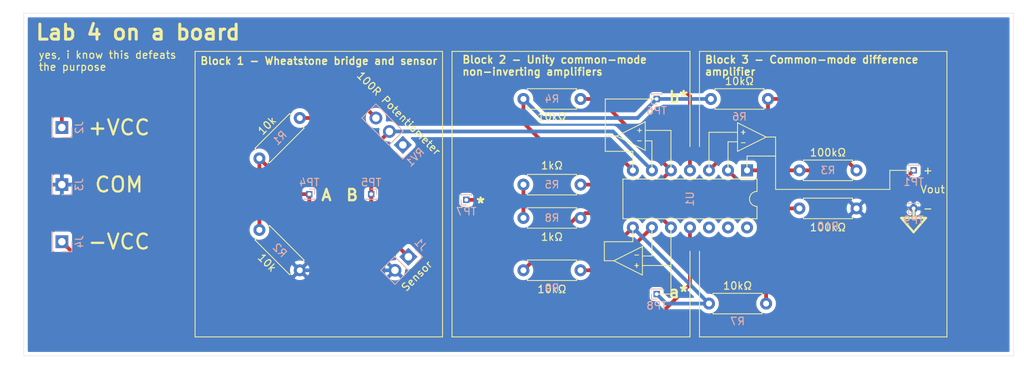
<source format=kicad_pcb>
(kicad_pcb (version 20171130) (host pcbnew "(5.1.6)-1")

  (general
    (thickness 1.6)
    (drawings 94)
    (tracks 67)
    (zones 0)
    (modules 23)
    (nets 15)
  )

  (page A4)
  (layers
    (0 F.Cu signal)
    (31 B.Cu signal)
    (32 B.Adhes user)
    (33 F.Adhes user)
    (34 B.Paste user)
    (35 F.Paste user)
    (36 B.SilkS user)
    (37 F.SilkS user)
    (38 B.Mask user)
    (39 F.Mask user)
    (40 Dwgs.User user)
    (41 Cmts.User user)
    (42 Eco1.User user)
    (43 Eco2.User user)
    (44 Edge.Cuts user)
    (45 Margin user)
    (46 B.CrtYd user)
    (47 F.CrtYd user)
    (48 B.Fab user)
    (49 F.Fab user)
  )

  (setup
    (last_trace_width 0.5)
    (user_trace_width 0.5)
    (trace_clearance 0.2)
    (zone_clearance 0.508)
    (zone_45_only no)
    (trace_min 0.2)
    (via_size 0.8)
    (via_drill 0.4)
    (via_min_size 0.4)
    (via_min_drill 0.3)
    (uvia_size 0.3)
    (uvia_drill 0.1)
    (uvias_allowed no)
    (uvia_min_size 0.2)
    (uvia_min_drill 0.1)
    (edge_width 0.05)
    (segment_width 0.2)
    (pcb_text_width 0.3)
    (pcb_text_size 1.5 1.5)
    (mod_edge_width 0.12)
    (mod_text_size 1 1)
    (mod_text_width 0.15)
    (pad_size 1.524 1.524)
    (pad_drill 0.762)
    (pad_to_mask_clearance 0.05)
    (aux_axis_origin 0 0)
    (visible_elements FFFFFF7F)
    (pcbplotparams
      (layerselection 0x010fc_ffffffff)
      (usegerberextensions false)
      (usegerberattributes true)
      (usegerberadvancedattributes true)
      (creategerberjobfile true)
      (excludeedgelayer true)
      (linewidth 0.100000)
      (plotframeref false)
      (viasonmask false)
      (mode 1)
      (useauxorigin false)
      (hpglpennumber 1)
      (hpglpenspeed 20)
      (hpglpendiameter 15.000000)
      (psnegative false)
      (psa4output false)
      (plotreference true)
      (plotvalue true)
      (plotinvisibletext false)
      (padsonsilk false)
      (subtractmaskfromsilk false)
      (outputformat 1)
      (mirror false)
      (drillshape 1)
      (scaleselection 1)
      (outputdirectory ""))
  )

  (net 0 "")
  (net 1 GND)
  (net 2 /B)
  (net 3 /A)
  (net 4 +VDC)
  (net 5 /Vout)
  (net 6 "Net-(R3-Pad1)")
  (net 7 "Net-(R4-Pad2)")
  (net 8 /b*)
  (net 9 /*)
  (net 10 /a*)
  (net 11 "Net-(R10-Pad2)")
  (net 12 "Net-(R8-Pad1)")
  (net 13 -VDC)
  (net 14 "Net-(RV1-Pad1)")

  (net_class Default "This is the default net class."
    (clearance 0.2)
    (trace_width 0.25)
    (via_dia 0.8)
    (via_drill 0.4)
    (uvia_dia 0.3)
    (uvia_drill 0.1)
    (add_net +VDC)
    (add_net -VDC)
    (add_net /*)
    (add_net /A)
    (add_net /B)
    (add_net /Vout)
    (add_net /a*)
    (add_net /b*)
    (add_net GND)
    (add_net "Net-(R10-Pad2)")
    (add_net "Net-(R3-Pad1)")
    (add_net "Net-(R4-Pad2)")
    (add_net "Net-(R8-Pad1)")
    (add_net "Net-(RV1-Pad1)")
  )

  (module Connector_PinHeader_1.00mm:PinHeader_1x01_P1.00mm_Vertical (layer B.Cu) (tedit 59FED738) (tstamp 5FCBBDD6)
    (at 266.065 112.395)
    (descr "Through hole straight pin header, 1x01, 1.00mm pitch, single row")
    (tags "Through hole pin header THT 1x01 1.00mm single row")
    (path /5FD6DF51)
    (fp_text reference TP1 (at 0 1.56) (layer B.SilkS)
      (effects (font (size 1 1) (thickness 0.15)) (justify mirror))
    )
    (fp_text value TestPoint (at 0 -1.56) (layer B.Fab)
      (effects (font (size 1 1) (thickness 0.15)) (justify mirror))
    )
    (fp_text user %R (at 0 0 -90) (layer B.Fab)
      (effects (font (size 0.76 0.76) (thickness 0.114)) (justify mirror))
    )
    (fp_line (start -0.3175 0.5) (end 0.635 0.5) (layer B.Fab) (width 0.1))
    (fp_line (start 0.635 0.5) (end 0.635 -0.5) (layer B.Fab) (width 0.1))
    (fp_line (start 0.635 -0.5) (end -0.635 -0.5) (layer B.Fab) (width 0.1))
    (fp_line (start -0.635 -0.5) (end -0.635 0.1825) (layer B.Fab) (width 0.1))
    (fp_line (start -0.635 0.1825) (end -0.3175 0.5) (layer B.Fab) (width 0.1))
    (fp_line (start -0.695 -0.685) (end 0.695 -0.685) (layer B.SilkS) (width 0.12))
    (fp_line (start -0.695 -0.685) (end -0.695 -0.56) (layer B.SilkS) (width 0.12))
    (fp_line (start 0.695 -0.685) (end 0.695 -0.56) (layer B.SilkS) (width 0.12))
    (fp_line (start -0.695 -0.685) (end -0.608276 -0.685) (layer B.SilkS) (width 0.12))
    (fp_line (start 0.608276 -0.685) (end 0.695 -0.685) (layer B.SilkS) (width 0.12))
    (fp_line (start -0.695 0) (end -0.695 0.685) (layer B.SilkS) (width 0.12))
    (fp_line (start -0.695 0.685) (end 0 0.685) (layer B.SilkS) (width 0.12))
    (fp_line (start -1.15 1) (end -1.15 -1) (layer B.CrtYd) (width 0.05))
    (fp_line (start -1.15 -1) (end 1.15 -1) (layer B.CrtYd) (width 0.05))
    (fp_line (start 1.15 -1) (end 1.15 1) (layer B.CrtYd) (width 0.05))
    (fp_line (start 1.15 1) (end -1.15 1) (layer B.CrtYd) (width 0.05))
    (pad 1 thru_hole rect (at 0 0) (size 0.85 0.85) (drill 0.5) (layers *.Cu *.Mask)
      (net 5 /Vout))
    (model ${KISYS3DMOD}/Connector_PinHeader_1.00mm.3dshapes/PinHeader_1x01_P1.00mm_Vertical.wrl
      (at (xyz 0 0 0))
      (scale (xyz 1 1 1))
      (rotate (xyz 0 0 0))
    )
  )

  (module Connector_PinHeader_2.54mm:PinHeader_1x03_P2.54mm_Vertical (layer B.Cu) (tedit 59FED5CC) (tstamp 5FCB5CA9)
    (at 197.902102 109.002102 45)
    (descr "Through hole straight pin header, 1x03, 2.54mm pitch, single row")
    (tags "Through hole pin header THT 1x03 2.54mm single row")
    (path /5FCC1986)
    (fp_text reference RV1 (at 0 2.33 225) (layer B.SilkS)
      (effects (font (size 1 1) (thickness 0.15)) (justify mirror))
    )
    (fp_text value "100R Potentiometer" (at 2.604274 -3.373751 315) (layer F.SilkS)
      (effects (font (size 1 1) (thickness 0.15)))
    )
    (fp_text user %R (at 0 -2.54 -45) (layer B.Fab)
      (effects (font (size 1 1) (thickness 0.15)) (justify mirror))
    )
    (fp_line (start -0.635 1.27) (end 1.27 1.27) (layer B.Fab) (width 0.1))
    (fp_line (start 1.27 1.27) (end 1.27 -6.35) (layer B.Fab) (width 0.1))
    (fp_line (start 1.27 -6.35) (end -1.27 -6.35) (layer B.Fab) (width 0.1))
    (fp_line (start -1.27 -6.35) (end -1.27 0.635) (layer B.Fab) (width 0.1))
    (fp_line (start -1.27 0.635) (end -0.635 1.27) (layer B.Fab) (width 0.1))
    (fp_line (start -1.33 -6.41) (end 1.33 -6.41) (layer B.SilkS) (width 0.12))
    (fp_line (start -1.33 -1.27) (end -1.33 -6.41) (layer B.SilkS) (width 0.12))
    (fp_line (start 1.33 -1.27) (end 1.33 -6.41) (layer B.SilkS) (width 0.12))
    (fp_line (start -1.33 -1.27) (end 1.33 -1.27) (layer B.SilkS) (width 0.12))
    (fp_line (start -1.33 0) (end -1.33 1.33) (layer B.SilkS) (width 0.12))
    (fp_line (start -1.33 1.33) (end 0 1.33) (layer B.SilkS) (width 0.12))
    (fp_line (start -1.8 1.8) (end -1.8 -6.85) (layer B.CrtYd) (width 0.05))
    (fp_line (start -1.8 -6.85) (end 1.8 -6.85) (layer B.CrtYd) (width 0.05))
    (fp_line (start 1.8 -6.85) (end 1.8 1.8) (layer B.CrtYd) (width 0.05))
    (fp_line (start 1.8 1.8) (end -1.8 1.8) (layer B.CrtYd) (width 0.05))
    (pad 3 thru_hole oval (at 0 -5.08 45) (size 1.7 1.7) (drill 1) (layers *.Cu *.Mask)
      (net 4 +VDC))
    (pad 2 thru_hole oval (at 0 -2.54 45) (size 1.7 1.7) (drill 1) (layers *.Cu *.Mask)
      (net 2 /B))
    (pad 1 thru_hole rect (at 0 0 45) (size 1.7 1.7) (drill 1) (layers *.Cu *.Mask)
      (net 14 "Net-(RV1-Pad1)"))
    (model ${KISYS3DMOD}/Connector_PinHeader_2.54mm.3dshapes/PinHeader_1x03_P2.54mm_Vertical.wrl
      (at (xyz 0 0 0))
      (scale (xyz 1 1 1))
      (rotate (xyz 0 0 0))
    )
  )

  (module Connector_PinHeader_2.54mm:PinHeader_1x01_P2.54mm_Vertical (layer B.Cu) (tedit 59FED5CC) (tstamp 5FCB6368)
    (at 152.4 121.92 90)
    (descr "Through hole straight pin header, 1x01, 2.54mm pitch, single row")
    (tags "Through hole pin header THT 1x01 2.54mm single row")
    (path /5FD1A4FD)
    (fp_text reference J4 (at 0 2.33 -90) (layer B.SilkS)
      (effects (font (size 1 1) (thickness 0.15)) (justify mirror))
    )
    (fp_text value Conn_01x01_Female (at 0 -2.33 -90) (layer B.Fab)
      (effects (font (size 1 1) (thickness 0.15)) (justify mirror))
    )
    (fp_text user %R (at 0 0) (layer B.Fab)
      (effects (font (size 1 1) (thickness 0.15)) (justify mirror))
    )
    (fp_line (start -0.635 1.27) (end 1.27 1.27) (layer B.Fab) (width 0.1))
    (fp_line (start 1.27 1.27) (end 1.27 -1.27) (layer B.Fab) (width 0.1))
    (fp_line (start 1.27 -1.27) (end -1.27 -1.27) (layer B.Fab) (width 0.1))
    (fp_line (start -1.27 -1.27) (end -1.27 0.635) (layer B.Fab) (width 0.1))
    (fp_line (start -1.27 0.635) (end -0.635 1.27) (layer B.Fab) (width 0.1))
    (fp_line (start -1.33 -1.33) (end 1.33 -1.33) (layer B.SilkS) (width 0.12))
    (fp_line (start -1.33 -1.27) (end -1.33 -1.33) (layer B.SilkS) (width 0.12))
    (fp_line (start 1.33 -1.27) (end 1.33 -1.33) (layer B.SilkS) (width 0.12))
    (fp_line (start -1.33 -1.27) (end 1.33 -1.27) (layer B.SilkS) (width 0.12))
    (fp_line (start -1.33 0) (end -1.33 1.33) (layer B.SilkS) (width 0.12))
    (fp_line (start -1.33 1.33) (end 0 1.33) (layer B.SilkS) (width 0.12))
    (fp_line (start -1.8 1.8) (end -1.8 -1.8) (layer B.CrtYd) (width 0.05))
    (fp_line (start -1.8 -1.8) (end 1.8 -1.8) (layer B.CrtYd) (width 0.05))
    (fp_line (start 1.8 -1.8) (end 1.8 1.8) (layer B.CrtYd) (width 0.05))
    (fp_line (start 1.8 1.8) (end -1.8 1.8) (layer B.CrtYd) (width 0.05))
    (pad 1 thru_hole rect (at 0 0 90) (size 1.7 1.7) (drill 1) (layers *.Cu *.Mask)
      (net 13 -VDC))
    (model ${KISYS3DMOD}/Connector_PinHeader_2.54mm.3dshapes/PinHeader_1x01_P2.54mm_Vertical.wrl
      (at (xyz 0 0 0))
      (scale (xyz 1 1 1))
      (rotate (xyz 0 0 0))
    )
  )

  (module Connector_PinHeader_2.54mm:PinHeader_1x01_P2.54mm_Vertical (layer B.Cu) (tedit 59FED5CC) (tstamp 5FCB6353)
    (at 152.4 114.3 90)
    (descr "Through hole straight pin header, 1x01, 2.54mm pitch, single row")
    (tags "Through hole pin header THT 1x01 2.54mm single row")
    (path /5FD1A35D)
    (fp_text reference J3 (at 0 2.33 -90) (layer B.SilkS)
      (effects (font (size 1 1) (thickness 0.15)) (justify mirror))
    )
    (fp_text value Conn_01x01_Female (at 0 -2.33 -90) (layer B.Fab)
      (effects (font (size 1 1) (thickness 0.15)) (justify mirror))
    )
    (fp_text user %R (at 0 0) (layer B.Fab)
      (effects (font (size 1 1) (thickness 0.15)) (justify mirror))
    )
    (fp_line (start -0.635 1.27) (end 1.27 1.27) (layer B.Fab) (width 0.1))
    (fp_line (start 1.27 1.27) (end 1.27 -1.27) (layer B.Fab) (width 0.1))
    (fp_line (start 1.27 -1.27) (end -1.27 -1.27) (layer B.Fab) (width 0.1))
    (fp_line (start -1.27 -1.27) (end -1.27 0.635) (layer B.Fab) (width 0.1))
    (fp_line (start -1.27 0.635) (end -0.635 1.27) (layer B.Fab) (width 0.1))
    (fp_line (start -1.33 -1.33) (end 1.33 -1.33) (layer B.SilkS) (width 0.12))
    (fp_line (start -1.33 -1.27) (end -1.33 -1.33) (layer B.SilkS) (width 0.12))
    (fp_line (start 1.33 -1.27) (end 1.33 -1.33) (layer B.SilkS) (width 0.12))
    (fp_line (start -1.33 -1.27) (end 1.33 -1.27) (layer B.SilkS) (width 0.12))
    (fp_line (start -1.33 0) (end -1.33 1.33) (layer B.SilkS) (width 0.12))
    (fp_line (start -1.33 1.33) (end 0 1.33) (layer B.SilkS) (width 0.12))
    (fp_line (start -1.8 1.8) (end -1.8 -1.8) (layer B.CrtYd) (width 0.05))
    (fp_line (start -1.8 -1.8) (end 1.8 -1.8) (layer B.CrtYd) (width 0.05))
    (fp_line (start 1.8 -1.8) (end 1.8 1.8) (layer B.CrtYd) (width 0.05))
    (fp_line (start 1.8 1.8) (end -1.8 1.8) (layer B.CrtYd) (width 0.05))
    (pad 1 thru_hole rect (at 0 0 90) (size 1.7 1.7) (drill 1) (layers *.Cu *.Mask)
      (net 1 GND))
    (model ${KISYS3DMOD}/Connector_PinHeader_2.54mm.3dshapes/PinHeader_1x01_P2.54mm_Vertical.wrl
      (at (xyz 0 0 0))
      (scale (xyz 1 1 1))
      (rotate (xyz 0 0 0))
    )
  )

  (module Connector_PinHeader_2.54mm:PinHeader_1x01_P2.54mm_Vertical (layer B.Cu) (tedit 59FED5CC) (tstamp 5FCB633E)
    (at 152.4 106.68 90)
    (descr "Through hole straight pin header, 1x01, 2.54mm pitch, single row")
    (tags "Through hole pin header THT 1x01 2.54mm single row")
    (path /5FD19DBF)
    (fp_text reference J2 (at 0 2.33 -90) (layer B.SilkS)
      (effects (font (size 1 1) (thickness 0.15)) (justify mirror))
    )
    (fp_text value Conn_01x01_Female (at 0 -2.33 -90) (layer B.Fab)
      (effects (font (size 1 1) (thickness 0.15)) (justify mirror))
    )
    (fp_text user %R (at 0 0 180) (layer F.Fab)
      (effects (font (size 1 1) (thickness 0.15)))
    )
    (fp_line (start -0.635 1.27) (end 1.27 1.27) (layer B.Fab) (width 0.1))
    (fp_line (start 1.27 1.27) (end 1.27 -1.27) (layer B.Fab) (width 0.1))
    (fp_line (start 1.27 -1.27) (end -1.27 -1.27) (layer B.Fab) (width 0.1))
    (fp_line (start -1.27 -1.27) (end -1.27 0.635) (layer B.Fab) (width 0.1))
    (fp_line (start -1.27 0.635) (end -0.635 1.27) (layer B.Fab) (width 0.1))
    (fp_line (start -1.33 -1.33) (end 1.33 -1.33) (layer B.SilkS) (width 0.12))
    (fp_line (start -1.33 -1.27) (end -1.33 -1.33) (layer B.SilkS) (width 0.12))
    (fp_line (start 1.33 -1.27) (end 1.33 -1.33) (layer B.SilkS) (width 0.12))
    (fp_line (start -1.33 -1.27) (end 1.33 -1.27) (layer B.SilkS) (width 0.12))
    (fp_line (start -1.33 0) (end -1.33 1.33) (layer B.SilkS) (width 0.12))
    (fp_line (start -1.33 1.33) (end 0 1.33) (layer B.SilkS) (width 0.12))
    (fp_line (start -1.8 1.8) (end -1.8 -1.8) (layer B.CrtYd) (width 0.05))
    (fp_line (start -1.8 -1.8) (end 1.8 -1.8) (layer B.CrtYd) (width 0.05))
    (fp_line (start 1.8 -1.8) (end 1.8 1.8) (layer B.CrtYd) (width 0.05))
    (fp_line (start 1.8 1.8) (end -1.8 1.8) (layer B.CrtYd) (width 0.05))
    (pad 1 thru_hole rect (at 0 0 90) (size 1.7 1.7) (drill 1) (layers *.Cu *.Mask)
      (net 4 +VDC))
    (model ${KISYS3DMOD}/Connector_PinHeader_2.54mm.3dshapes/PinHeader_1x01_P2.54mm_Vertical.wrl
      (at (xyz 0 0 0))
      (scale (xyz 1 1 1))
      (rotate (xyz 0 0 0))
    )
  )

  (module Package_DIP:DIP-14_W7.62mm (layer F.Cu) (tedit 5A02E8C5) (tstamp 5FCB5D91)
    (at 243.84 112.395 270)
    (descr "14-lead though-hole mounted DIP package, row spacing 7.62 mm (300 mils)")
    (tags "THT DIP DIL PDIP 2.54mm 7.62mm 300mil")
    (path /5FCC915E)
    (fp_text reference U1 (at 3.81 7.62 90) (layer B.SilkS)
      (effects (font (size 1 1) (thickness 0.15)) (justify mirror))
    )
    (fp_text value LMC6484 (at 3.81 17.57 90) (layer F.Fab)
      (effects (font (size 1 1) (thickness 0.15)))
    )
    (fp_text user %R (at 3.81 7.62 90) (layer F.Fab)
      (effects (font (size 1 1) (thickness 0.15)))
    )
    (fp_arc (start 3.81 -1.33) (end 2.81 -1.33) (angle -180) (layer F.SilkS) (width 0.12))
    (fp_line (start 1.635 -1.27) (end 6.985 -1.27) (layer F.Fab) (width 0.1))
    (fp_line (start 6.985 -1.27) (end 6.985 16.51) (layer F.Fab) (width 0.1))
    (fp_line (start 6.985 16.51) (end 0.635 16.51) (layer F.Fab) (width 0.1))
    (fp_line (start 0.635 16.51) (end 0.635 -0.27) (layer F.Fab) (width 0.1))
    (fp_line (start 0.635 -0.27) (end 1.635 -1.27) (layer F.Fab) (width 0.1))
    (fp_line (start 2.81 -1.33) (end 1.16 -1.33) (layer F.SilkS) (width 0.12))
    (fp_line (start 1.16 -1.33) (end 1.16 16.57) (layer F.SilkS) (width 0.12))
    (fp_line (start 1.16 16.57) (end 6.46 16.57) (layer F.SilkS) (width 0.12))
    (fp_line (start 6.46 16.57) (end 6.46 -1.33) (layer F.SilkS) (width 0.12))
    (fp_line (start 6.46 -1.33) (end 4.81 -1.33) (layer F.SilkS) (width 0.12))
    (fp_line (start -1.1 -1.55) (end -1.1 16.8) (layer F.CrtYd) (width 0.05))
    (fp_line (start -1.1 16.8) (end 8.7 16.8) (layer F.CrtYd) (width 0.05))
    (fp_line (start 8.7 16.8) (end 8.7 -1.55) (layer F.CrtYd) (width 0.05))
    (fp_line (start 8.7 -1.55) (end -1.1 -1.55) (layer F.CrtYd) (width 0.05))
    (pad 14 thru_hole oval (at 7.62 0 270) (size 1.6 1.6) (drill 0.8) (layers *.Cu *.Mask))
    (pad 7 thru_hole oval (at 0 15.24 270) (size 1.6 1.6) (drill 0.8) (layers *.Cu *.Mask)
      (net 8 /b*))
    (pad 13 thru_hole oval (at 7.62 2.54 270) (size 1.6 1.6) (drill 0.8) (layers *.Cu *.Mask))
    (pad 6 thru_hole oval (at 0 12.7 270) (size 1.6 1.6) (drill 0.8) (layers *.Cu *.Mask)
      (net 2 /B))
    (pad 12 thru_hole oval (at 7.62 5.08 270) (size 1.6 1.6) (drill 0.8) (layers *.Cu *.Mask))
    (pad 5 thru_hole oval (at 0 10.16 270) (size 1.6 1.6) (drill 0.8) (layers *.Cu *.Mask)
      (net 7 "Net-(R4-Pad2)"))
    (pad 11 thru_hole oval (at 7.62 7.62 270) (size 1.6 1.6) (drill 0.8) (layers *.Cu *.Mask)
      (net 13 -VDC))
    (pad 4 thru_hole oval (at 0 7.62 270) (size 1.6 1.6) (drill 0.8) (layers *.Cu *.Mask)
      (net 4 +VDC))
    (pad 10 thru_hole oval (at 7.62 10.16 270) (size 1.6 1.6) (drill 0.8) (layers *.Cu *.Mask)
      (net 12 "Net-(R8-Pad1)"))
    (pad 3 thru_hole oval (at 0 5.08 270) (size 1.6 1.6) (drill 0.8) (layers *.Cu *.Mask)
      (net 6 "Net-(R3-Pad1)"))
    (pad 9 thru_hole oval (at 7.62 12.7 270) (size 1.6 1.6) (drill 0.8) (layers *.Cu *.Mask)
      (net 3 /A))
    (pad 2 thru_hole oval (at 0 2.54 270) (size 1.6 1.6) (drill 0.8) (layers *.Cu *.Mask)
      (net 11 "Net-(R10-Pad2)"))
    (pad 8 thru_hole oval (at 7.62 15.24 270) (size 1.6 1.6) (drill 0.8) (layers *.Cu *.Mask)
      (net 10 /a*))
    (pad 1 thru_hole rect (at 0 0 270) (size 1.6 1.6) (drill 0.8) (layers *.Cu *.Mask)
      (net 5 /Vout))
    (model ${KISYS3DMOD}/Package_DIP.3dshapes/DIP-14_W7.62mm.wrl
      (at (xyz 0 0 0))
      (scale (xyz 1 1 1))
      (rotate (xyz 0 0 0))
    )
  )

  (module Connector_PinHeader_1.00mm:PinHeader_1x01_P1.00mm_Vertical (layer B.Cu) (tedit 59FED738) (tstamp 5FCB5D6F)
    (at 266.065 117.475)
    (descr "Through hole straight pin header, 1x01, 1.00mm pitch, single row")
    (tags "Through hole pin header THT 1x01 1.00mm single row")
    (path /5FCFB4C9)
    (fp_text reference TP9 (at 0 1.56) (layer B.SilkS)
      (effects (font (size 1 1) (thickness 0.15)) (justify mirror))
    )
    (fp_text value TestPoint (at 0 -1.56) (layer B.Fab)
      (effects (font (size 1 1) (thickness 0.15)) (justify mirror))
    )
    (fp_text user %R (at 0 0 -90) (layer B.Fab)
      (effects (font (size 0.76 0.76) (thickness 0.114)) (justify mirror))
    )
    (fp_line (start -0.3175 0.5) (end 0.635 0.5) (layer B.Fab) (width 0.1))
    (fp_line (start 0.635 0.5) (end 0.635 -0.5) (layer B.Fab) (width 0.1))
    (fp_line (start 0.635 -0.5) (end -0.635 -0.5) (layer B.Fab) (width 0.1))
    (fp_line (start -0.635 -0.5) (end -0.635 0.1825) (layer B.Fab) (width 0.1))
    (fp_line (start -0.635 0.1825) (end -0.3175 0.5) (layer B.Fab) (width 0.1))
    (fp_line (start -0.695 -0.685) (end 0.695 -0.685) (layer B.SilkS) (width 0.12))
    (fp_line (start -0.695 -0.685) (end -0.695 -0.56) (layer B.SilkS) (width 0.12))
    (fp_line (start 0.695 -0.685) (end 0.695 -0.56) (layer B.SilkS) (width 0.12))
    (fp_line (start -0.695 -0.685) (end -0.608276 -0.685) (layer B.SilkS) (width 0.12))
    (fp_line (start 0.608276 -0.685) (end 0.695 -0.685) (layer B.SilkS) (width 0.12))
    (fp_line (start -0.695 0) (end -0.695 0.685) (layer B.SilkS) (width 0.12))
    (fp_line (start -0.695 0.685) (end 0 0.685) (layer B.SilkS) (width 0.12))
    (fp_line (start -1.15 1) (end -1.15 -1) (layer B.CrtYd) (width 0.05))
    (fp_line (start -1.15 -1) (end 1.15 -1) (layer B.CrtYd) (width 0.05))
    (fp_line (start 1.15 -1) (end 1.15 1) (layer B.CrtYd) (width 0.05))
    (fp_line (start 1.15 1) (end -1.15 1) (layer B.CrtYd) (width 0.05))
    (pad 1 thru_hole rect (at 0 0) (size 0.85 0.85) (drill 0.5) (layers *.Cu *.Mask)
      (net 1 GND))
    (model ${KISYS3DMOD}/Connector_PinHeader_1.00mm.3dshapes/PinHeader_1x01_P1.00mm_Vertical.wrl
      (at (xyz 0 0 0))
      (scale (xyz 1 1 1))
      (rotate (xyz 0 0 0))
    )
  )

  (module Connector_PinHeader_1.00mm:PinHeader_1x01_P1.00mm_Vertical (layer B.Cu) (tedit 59FED738) (tstamp 5FCB5D59)
    (at 231.775 128.905)
    (descr "Through hole straight pin header, 1x01, 1.00mm pitch, single row")
    (tags "Through hole pin header THT 1x01 1.00mm single row")
    (path /5FCFCB6C)
    (fp_text reference TP8 (at 0 1.56) (layer B.SilkS)
      (effects (font (size 1 1) (thickness 0.15)) (justify mirror))
    )
    (fp_text value TestPoint (at 0 -1.56) (layer B.Fab)
      (effects (font (size 1 1) (thickness 0.15)) (justify mirror))
    )
    (fp_text user %R (at 0 0 -90) (layer B.Fab)
      (effects (font (size 0.76 0.76) (thickness 0.114)) (justify mirror))
    )
    (fp_line (start -0.3175 0.5) (end 0.635 0.5) (layer B.Fab) (width 0.1))
    (fp_line (start 0.635 0.5) (end 0.635 -0.5) (layer B.Fab) (width 0.1))
    (fp_line (start 0.635 -0.5) (end -0.635 -0.5) (layer B.Fab) (width 0.1))
    (fp_line (start -0.635 -0.5) (end -0.635 0.1825) (layer B.Fab) (width 0.1))
    (fp_line (start -0.635 0.1825) (end -0.3175 0.5) (layer B.Fab) (width 0.1))
    (fp_line (start -0.695 -0.685) (end 0.695 -0.685) (layer B.SilkS) (width 0.12))
    (fp_line (start -0.695 -0.685) (end -0.695 -0.56) (layer B.SilkS) (width 0.12))
    (fp_line (start 0.695 -0.685) (end 0.695 -0.56) (layer B.SilkS) (width 0.12))
    (fp_line (start -0.695 -0.685) (end -0.608276 -0.685) (layer B.SilkS) (width 0.12))
    (fp_line (start 0.608276 -0.685) (end 0.695 -0.685) (layer B.SilkS) (width 0.12))
    (fp_line (start -0.695 0) (end -0.695 0.685) (layer B.SilkS) (width 0.12))
    (fp_line (start -0.695 0.685) (end 0 0.685) (layer B.SilkS) (width 0.12))
    (fp_line (start -1.15 1) (end -1.15 -1) (layer B.CrtYd) (width 0.05))
    (fp_line (start -1.15 -1) (end 1.15 -1) (layer B.CrtYd) (width 0.05))
    (fp_line (start 1.15 -1) (end 1.15 1) (layer B.CrtYd) (width 0.05))
    (fp_line (start 1.15 1) (end -1.15 1) (layer B.CrtYd) (width 0.05))
    (pad 1 thru_hole rect (at 0 0) (size 0.85 0.85) (drill 0.5) (layers *.Cu *.Mask)
      (net 10 /a*))
    (model ${KISYS3DMOD}/Connector_PinHeader_1.00mm.3dshapes/PinHeader_1x01_P1.00mm_Vertical.wrl
      (at (xyz 0 0 0))
      (scale (xyz 1 1 1))
      (rotate (xyz 0 0 0))
    )
  )

  (module Connector_PinHeader_1.00mm:PinHeader_1x01_P1.00mm_Vertical (layer B.Cu) (tedit 59FED738) (tstamp 5FCBAA56)
    (at 206.375 116.332)
    (descr "Through hole straight pin header, 1x01, 1.00mm pitch, single row")
    (tags "Through hole pin header THT 1x01 1.00mm single row")
    (path /5FCFB9E6)
    (fp_text reference TP7 (at 0 1.56) (layer B.SilkS)
      (effects (font (size 1 1) (thickness 0.15)) (justify mirror))
    )
    (fp_text value TestPoint (at 0 -1.56) (layer B.Fab)
      (effects (font (size 1 1) (thickness 0.15)) (justify mirror))
    )
    (fp_text user %R (at 0 0 -90) (layer B.Fab)
      (effects (font (size 0.76 0.76) (thickness 0.114)) (justify mirror))
    )
    (fp_line (start -0.3175 0.5) (end 0.635 0.5) (layer B.Fab) (width 0.1))
    (fp_line (start 0.635 0.5) (end 0.635 -0.5) (layer B.Fab) (width 0.1))
    (fp_line (start 0.635 -0.5) (end -0.635 -0.5) (layer B.Fab) (width 0.1))
    (fp_line (start -0.635 -0.5) (end -0.635 0.1825) (layer B.Fab) (width 0.1))
    (fp_line (start -0.635 0.1825) (end -0.3175 0.5) (layer B.Fab) (width 0.1))
    (fp_line (start -0.695 -0.685) (end 0.695 -0.685) (layer B.SilkS) (width 0.12))
    (fp_line (start -0.695 -0.685) (end -0.695 -0.56) (layer B.SilkS) (width 0.12))
    (fp_line (start 0.695 -0.685) (end 0.695 -0.56) (layer B.SilkS) (width 0.12))
    (fp_line (start -0.695 -0.685) (end -0.608276 -0.685) (layer B.SilkS) (width 0.12))
    (fp_line (start 0.608276 -0.685) (end 0.695 -0.685) (layer B.SilkS) (width 0.12))
    (fp_line (start -0.695 0) (end -0.695 0.685) (layer B.SilkS) (width 0.12))
    (fp_line (start -0.695 0.685) (end 0 0.685) (layer B.SilkS) (width 0.12))
    (fp_line (start -1.15 1) (end -1.15 -1) (layer B.CrtYd) (width 0.05))
    (fp_line (start -1.15 -1) (end 1.15 -1) (layer B.CrtYd) (width 0.05))
    (fp_line (start 1.15 -1) (end 1.15 1) (layer B.CrtYd) (width 0.05))
    (fp_line (start 1.15 1) (end -1.15 1) (layer B.CrtYd) (width 0.05))
    (pad 1 thru_hole rect (at 0 0) (size 0.85 0.85) (drill 0.5) (layers *.Cu *.Mask)
      (net 9 /*))
    (model ${KISYS3DMOD}/Connector_PinHeader_1.00mm.3dshapes/PinHeader_1x01_P1.00mm_Vertical.wrl
      (at (xyz 0 0 0))
      (scale (xyz 1 1 1))
      (rotate (xyz 0 0 0))
    )
  )

  (module Connector_PinHeader_1.00mm:PinHeader_1x01_P1.00mm_Vertical (layer B.Cu) (tedit 59FED738) (tstamp 5FCB5D2D)
    (at 231.775 102.87)
    (descr "Through hole straight pin header, 1x01, 1.00mm pitch, single row")
    (tags "Through hole pin header THT 1x01 1.00mm single row")
    (path /5FCFC20C)
    (fp_text reference TP6 (at 0 1.56) (layer B.SilkS)
      (effects (font (size 1 1) (thickness 0.15)) (justify mirror))
    )
    (fp_text value TestPoint (at 0 -1.56) (layer B.Fab)
      (effects (font (size 1 1) (thickness 0.15)) (justify mirror))
    )
    (fp_text user %R (at 0 0 -90) (layer B.Fab)
      (effects (font (size 0.76 0.76) (thickness 0.114)) (justify mirror))
    )
    (fp_line (start -0.3175 0.5) (end 0.635 0.5) (layer B.Fab) (width 0.1))
    (fp_line (start 0.635 0.5) (end 0.635 -0.5) (layer B.Fab) (width 0.1))
    (fp_line (start 0.635 -0.5) (end -0.635 -0.5) (layer B.Fab) (width 0.1))
    (fp_line (start -0.635 -0.5) (end -0.635 0.1825) (layer B.Fab) (width 0.1))
    (fp_line (start -0.635 0.1825) (end -0.3175 0.5) (layer B.Fab) (width 0.1))
    (fp_line (start -0.695 -0.685) (end 0.695 -0.685) (layer B.SilkS) (width 0.12))
    (fp_line (start -0.695 -0.685) (end -0.695 -0.56) (layer B.SilkS) (width 0.12))
    (fp_line (start 0.695 -0.685) (end 0.695 -0.56) (layer B.SilkS) (width 0.12))
    (fp_line (start -0.695 -0.685) (end -0.608276 -0.685) (layer B.SilkS) (width 0.12))
    (fp_line (start 0.608276 -0.685) (end 0.695 -0.685) (layer B.SilkS) (width 0.12))
    (fp_line (start -0.695 0) (end -0.695 0.685) (layer B.SilkS) (width 0.12))
    (fp_line (start -0.695 0.685) (end 0 0.685) (layer B.SilkS) (width 0.12))
    (fp_line (start -1.15 1) (end -1.15 -1) (layer B.CrtYd) (width 0.05))
    (fp_line (start -1.15 -1) (end 1.15 -1) (layer B.CrtYd) (width 0.05))
    (fp_line (start 1.15 -1) (end 1.15 1) (layer B.CrtYd) (width 0.05))
    (fp_line (start 1.15 1) (end -1.15 1) (layer B.CrtYd) (width 0.05))
    (pad 1 thru_hole rect (at 0 0) (size 0.85 0.85) (drill 0.5) (layers *.Cu *.Mask)
      (net 8 /b*))
    (model ${KISYS3DMOD}/Connector_PinHeader_1.00mm.3dshapes/PinHeader_1x01_P1.00mm_Vertical.wrl
      (at (xyz 0 0 0))
      (scale (xyz 1 1 1))
      (rotate (xyz 0 0 0))
    )
  )

  (module Connector_PinHeader_1.00mm:PinHeader_1x01_P1.00mm_Vertical (layer B.Cu) (tedit 59FED738) (tstamp 5FCB5D17)
    (at 193.675 115.57 180)
    (descr "Through hole straight pin header, 1x01, 1.00mm pitch, single row")
    (tags "Through hole pin header THT 1x01 1.00mm single row")
    (path /5FCFE657)
    (fp_text reference TP5 (at 0 1.56) (layer B.SilkS)
      (effects (font (size 1 1) (thickness 0.15)) (justify mirror))
    )
    (fp_text value TestPoint (at 0 -1.56) (layer B.Fab)
      (effects (font (size 1 1) (thickness 0.15)) (justify mirror))
    )
    (fp_text user %R (at 0 0 -90) (layer B.Fab)
      (effects (font (size 0.76 0.76) (thickness 0.114)) (justify mirror))
    )
    (fp_line (start -0.3175 0.5) (end 0.635 0.5) (layer B.Fab) (width 0.1))
    (fp_line (start 0.635 0.5) (end 0.635 -0.5) (layer B.Fab) (width 0.1))
    (fp_line (start 0.635 -0.5) (end -0.635 -0.5) (layer B.Fab) (width 0.1))
    (fp_line (start -0.635 -0.5) (end -0.635 0.1825) (layer B.Fab) (width 0.1))
    (fp_line (start -0.635 0.1825) (end -0.3175 0.5) (layer B.Fab) (width 0.1))
    (fp_line (start -0.695 -0.685) (end 0.695 -0.685) (layer B.SilkS) (width 0.12))
    (fp_line (start -0.695 -0.685) (end -0.695 -0.56) (layer B.SilkS) (width 0.12))
    (fp_line (start 0.695 -0.685) (end 0.695 -0.56) (layer B.SilkS) (width 0.12))
    (fp_line (start -0.695 -0.685) (end -0.608276 -0.685) (layer B.SilkS) (width 0.12))
    (fp_line (start 0.608276 -0.685) (end 0.695 -0.685) (layer B.SilkS) (width 0.12))
    (fp_line (start -0.695 0) (end -0.695 0.685) (layer B.SilkS) (width 0.12))
    (fp_line (start -0.695 0.685) (end 0 0.685) (layer B.SilkS) (width 0.12))
    (fp_line (start -1.15 1) (end -1.15 -1) (layer B.CrtYd) (width 0.05))
    (fp_line (start -1.15 -1) (end 1.15 -1) (layer B.CrtYd) (width 0.05))
    (fp_line (start 1.15 -1) (end 1.15 1) (layer B.CrtYd) (width 0.05))
    (fp_line (start 1.15 1) (end -1.15 1) (layer B.CrtYd) (width 0.05))
    (pad 1 thru_hole rect (at 0 0 180) (size 0.85 0.85) (drill 0.5) (layers *.Cu *.Mask)
      (net 2 /B))
    (model ${KISYS3DMOD}/Connector_PinHeader_1.00mm.3dshapes/PinHeader_1x01_P1.00mm_Vertical.wrl
      (at (xyz 0 0 0))
      (scale (xyz 1 1 1))
      (rotate (xyz 0 0 0))
    )
  )

  (module Connector_PinHeader_1.00mm:PinHeader_1x01_P1.00mm_Vertical (layer B.Cu) (tedit 59FED738) (tstamp 5FCB5D01)
    (at 185.42 115.57 180)
    (descr "Through hole straight pin header, 1x01, 1.00mm pitch, single row")
    (tags "Through hole pin header THT 1x01 1.00mm single row")
    (path /5FCFDB6B)
    (fp_text reference TP4 (at 0 1.56) (layer B.SilkS)
      (effects (font (size 1 1) (thickness 0.15)) (justify mirror))
    )
    (fp_text value TestPoint (at 0 -1.56) (layer B.Fab)
      (effects (font (size 1 1) (thickness 0.15)) (justify mirror))
    )
    (fp_text user %R (at 0 0 -90) (layer B.Fab)
      (effects (font (size 0.76 0.76) (thickness 0.114)) (justify mirror))
    )
    (fp_line (start -0.3175 0.5) (end 0.635 0.5) (layer B.Fab) (width 0.1))
    (fp_line (start 0.635 0.5) (end 0.635 -0.5) (layer B.Fab) (width 0.1))
    (fp_line (start 0.635 -0.5) (end -0.635 -0.5) (layer B.Fab) (width 0.1))
    (fp_line (start -0.635 -0.5) (end -0.635 0.1825) (layer B.Fab) (width 0.1))
    (fp_line (start -0.635 0.1825) (end -0.3175 0.5) (layer B.Fab) (width 0.1))
    (fp_line (start -0.695 -0.685) (end 0.695 -0.685) (layer B.SilkS) (width 0.12))
    (fp_line (start -0.695 -0.685) (end -0.695 -0.56) (layer B.SilkS) (width 0.12))
    (fp_line (start 0.695 -0.685) (end 0.695 -0.56) (layer B.SilkS) (width 0.12))
    (fp_line (start -0.695 -0.685) (end -0.608276 -0.685) (layer B.SilkS) (width 0.12))
    (fp_line (start 0.608276 -0.685) (end 0.695 -0.685) (layer B.SilkS) (width 0.12))
    (fp_line (start -0.695 0) (end -0.695 0.685) (layer B.SilkS) (width 0.12))
    (fp_line (start -0.695 0.685) (end 0 0.685) (layer B.SilkS) (width 0.12))
    (fp_line (start -1.15 1) (end -1.15 -1) (layer B.CrtYd) (width 0.05))
    (fp_line (start -1.15 -1) (end 1.15 -1) (layer B.CrtYd) (width 0.05))
    (fp_line (start 1.15 -1) (end 1.15 1) (layer B.CrtYd) (width 0.05))
    (fp_line (start 1.15 1) (end -1.15 1) (layer B.CrtYd) (width 0.05))
    (pad 1 thru_hole rect (at 0 0 180) (size 0.85 0.85) (drill 0.5) (layers *.Cu *.Mask)
      (net 3 /A))
    (model ${KISYS3DMOD}/Connector_PinHeader_1.00mm.3dshapes/PinHeader_1x01_P1.00mm_Vertical.wrl
      (at (xyz 0 0 0))
      (scale (xyz 1 1 1))
      (rotate (xyz 0 0 0))
    )
  )

  (module Resistor_THT:R_Axial_DIN0207_L6.3mm_D2.5mm_P7.62mm_Horizontal (layer F.Cu) (tedit 5AE5139B) (tstamp 5FCBB577)
    (at 258.445 117.475 180)
    (descr "Resistor, Axial_DIN0207 series, Axial, Horizontal, pin pitch=7.62mm, 0.25W = 1/4W, length*diameter=6.3*2.5mm^2, http://cdn-reichelt.de/documents/datenblatt/B400/1_4W%23YAG.pdf")
    (tags "Resistor Axial_DIN0207 series Axial Horizontal pin pitch 7.62mm 0.25W = 1/4W length 6.3mm diameter 2.5mm")
    (path /5FCF151C)
    (fp_text reference R10 (at 3.81 -2.37) (layer B.SilkS)
      (effects (font (size 1 1) (thickness 0.15)) (justify mirror))
    )
    (fp_text value 100kΩ (at 3.81 -2.54) (layer F.SilkS)
      (effects (font (size 1 1) (thickness 0.15)))
    )
    (fp_text user %R (at 3.81 0) (layer F.Fab)
      (effects (font (size 1 1) (thickness 0.15)))
    )
    (fp_line (start 0.66 -1.25) (end 0.66 1.25) (layer F.Fab) (width 0.1))
    (fp_line (start 0.66 1.25) (end 6.96 1.25) (layer F.Fab) (width 0.1))
    (fp_line (start 6.96 1.25) (end 6.96 -1.25) (layer F.Fab) (width 0.1))
    (fp_line (start 6.96 -1.25) (end 0.66 -1.25) (layer F.Fab) (width 0.1))
    (fp_line (start 0 0) (end 0.66 0) (layer F.Fab) (width 0.1))
    (fp_line (start 7.62 0) (end 6.96 0) (layer F.Fab) (width 0.1))
    (fp_line (start 0.54 -1.04) (end 0.54 -1.37) (layer F.SilkS) (width 0.12))
    (fp_line (start 0.54 -1.37) (end 7.08 -1.37) (layer F.SilkS) (width 0.12))
    (fp_line (start 7.08 -1.37) (end 7.08 -1.04) (layer F.SilkS) (width 0.12))
    (fp_line (start 0.54 1.04) (end 0.54 1.37) (layer F.SilkS) (width 0.12))
    (fp_line (start 0.54 1.37) (end 7.08 1.37) (layer F.SilkS) (width 0.12))
    (fp_line (start 7.08 1.37) (end 7.08 1.04) (layer F.SilkS) (width 0.12))
    (fp_line (start -1.05 -1.5) (end -1.05 1.5) (layer F.CrtYd) (width 0.05))
    (fp_line (start -1.05 1.5) (end 8.67 1.5) (layer F.CrtYd) (width 0.05))
    (fp_line (start 8.67 1.5) (end 8.67 -1.5) (layer F.CrtYd) (width 0.05))
    (fp_line (start 8.67 -1.5) (end -1.05 -1.5) (layer F.CrtYd) (width 0.05))
    (pad 2 thru_hole oval (at 7.62 0 180) (size 1.6 1.6) (drill 0.8) (layers *.Cu *.Mask)
      (net 11 "Net-(R10-Pad2)"))
    (pad 1 thru_hole circle (at 0 0 180) (size 1.6 1.6) (drill 0.8) (layers *.Cu *.Mask)
      (net 1 GND))
    (model ${KISYS3DMOD}/Resistor_THT.3dshapes/R_Axial_DIN0207_L6.3mm_D2.5mm_P7.62mm_Horizontal.wrl
      (at (xyz 0 0 0))
      (scale (xyz 1 1 1))
      (rotate (xyz 0 0 0))
    )
  )

  (module Resistor_THT:R_Axial_DIN0207_L6.3mm_D2.5mm_P7.62mm_Horizontal (layer F.Cu) (tedit 5AE5139B) (tstamp 5FCB5C7B)
    (at 221.615 125.73 180)
    (descr "Resistor, Axial_DIN0207 series, Axial, Horizontal, pin pitch=7.62mm, 0.25W = 1/4W, length*diameter=6.3*2.5mm^2, http://cdn-reichelt.de/documents/datenblatt/B400/1_4W%23YAG.pdf")
    (tags "Resistor Axial_DIN0207 series Axial Horizontal pin pitch 7.62mm 0.25W = 1/4W length 6.3mm diameter 2.5mm")
    (path /5FCDFE0C)
    (fp_text reference R9 (at 3.81 -2.37) (layer B.SilkS)
      (effects (font (size 1 1) (thickness 0.15)) (justify mirror))
    )
    (fp_text value 10kΩ (at 3.81 -2.54) (layer F.SilkS)
      (effects (font (size 1 1) (thickness 0.15)))
    )
    (fp_text user %R (at 3.81 0) (layer F.Fab)
      (effects (font (size 1 1) (thickness 0.15)))
    )
    (fp_line (start 0.66 -1.25) (end 0.66 1.25) (layer F.Fab) (width 0.1))
    (fp_line (start 0.66 1.25) (end 6.96 1.25) (layer F.Fab) (width 0.1))
    (fp_line (start 6.96 1.25) (end 6.96 -1.25) (layer F.Fab) (width 0.1))
    (fp_line (start 6.96 -1.25) (end 0.66 -1.25) (layer F.Fab) (width 0.1))
    (fp_line (start 0 0) (end 0.66 0) (layer F.Fab) (width 0.1))
    (fp_line (start 7.62 0) (end 6.96 0) (layer F.Fab) (width 0.1))
    (fp_line (start 0.54 -1.04) (end 0.54 -1.37) (layer F.SilkS) (width 0.12))
    (fp_line (start 0.54 -1.37) (end 7.08 -1.37) (layer F.SilkS) (width 0.12))
    (fp_line (start 7.08 -1.37) (end 7.08 -1.04) (layer F.SilkS) (width 0.12))
    (fp_line (start 0.54 1.04) (end 0.54 1.37) (layer F.SilkS) (width 0.12))
    (fp_line (start 0.54 1.37) (end 7.08 1.37) (layer F.SilkS) (width 0.12))
    (fp_line (start 7.08 1.37) (end 7.08 1.04) (layer F.SilkS) (width 0.12))
    (fp_line (start -1.05 -1.5) (end -1.05 1.5) (layer F.CrtYd) (width 0.05))
    (fp_line (start -1.05 1.5) (end 8.67 1.5) (layer F.CrtYd) (width 0.05))
    (fp_line (start 8.67 1.5) (end 8.67 -1.5) (layer F.CrtYd) (width 0.05))
    (fp_line (start 8.67 -1.5) (end -1.05 -1.5) (layer F.CrtYd) (width 0.05))
    (pad 2 thru_hole oval (at 7.62 0 180) (size 1.6 1.6) (drill 0.8) (layers *.Cu *.Mask)
      (net 12 "Net-(R8-Pad1)"))
    (pad 1 thru_hole circle (at 0 0 180) (size 1.6 1.6) (drill 0.8) (layers *.Cu *.Mask)
      (net 10 /a*))
    (model ${KISYS3DMOD}/Resistor_THT.3dshapes/R_Axial_DIN0207_L6.3mm_D2.5mm_P7.62mm_Horizontal.wrl
      (at (xyz 0 0 0))
      (scale (xyz 1 1 1))
      (rotate (xyz 0 0 0))
    )
  )

  (module Resistor_THT:R_Axial_DIN0207_L6.3mm_D2.5mm_P7.62mm_Horizontal (layer F.Cu) (tedit 5AE5139B) (tstamp 5FCB5C64)
    (at 221.615 118.745 180)
    (descr "Resistor, Axial_DIN0207 series, Axial, Horizontal, pin pitch=7.62mm, 0.25W = 1/4W, length*diameter=6.3*2.5mm^2, http://cdn-reichelt.de/documents/datenblatt/B400/1_4W%23YAG.pdf")
    (tags "Resistor Axial_DIN0207 series Axial Horizontal pin pitch 7.62mm 0.25W = 1/4W length 6.3mm diameter 2.5mm")
    (path /5FCDADAE)
    (fp_text reference R8 (at 3.81 0) (layer B.SilkS)
      (effects (font (size 1 1) (thickness 0.15)) (justify mirror))
    )
    (fp_text value 1kΩ (at 3.81 -2.54) (layer F.SilkS)
      (effects (font (size 1 1) (thickness 0.15)))
    )
    (fp_text user %R (at 3.81 0) (layer F.Fab)
      (effects (font (size 1 1) (thickness 0.15)))
    )
    (fp_line (start 0.66 -1.25) (end 0.66 1.25) (layer F.Fab) (width 0.1))
    (fp_line (start 0.66 1.25) (end 6.96 1.25) (layer F.Fab) (width 0.1))
    (fp_line (start 6.96 1.25) (end 6.96 -1.25) (layer F.Fab) (width 0.1))
    (fp_line (start 6.96 -1.25) (end 0.66 -1.25) (layer F.Fab) (width 0.1))
    (fp_line (start 0 0) (end 0.66 0) (layer F.Fab) (width 0.1))
    (fp_line (start 7.62 0) (end 6.96 0) (layer F.Fab) (width 0.1))
    (fp_line (start 0.54 -1.04) (end 0.54 -1.37) (layer F.SilkS) (width 0.12))
    (fp_line (start 0.54 -1.37) (end 7.08 -1.37) (layer F.SilkS) (width 0.12))
    (fp_line (start 7.08 -1.37) (end 7.08 -1.04) (layer F.SilkS) (width 0.12))
    (fp_line (start 0.54 1.04) (end 0.54 1.37) (layer F.SilkS) (width 0.12))
    (fp_line (start 0.54 1.37) (end 7.08 1.37) (layer F.SilkS) (width 0.12))
    (fp_line (start 7.08 1.37) (end 7.08 1.04) (layer F.SilkS) (width 0.12))
    (fp_line (start -1.05 -1.5) (end -1.05 1.5) (layer F.CrtYd) (width 0.05))
    (fp_line (start -1.05 1.5) (end 8.67 1.5) (layer F.CrtYd) (width 0.05))
    (fp_line (start 8.67 1.5) (end 8.67 -1.5) (layer F.CrtYd) (width 0.05))
    (fp_line (start 8.67 -1.5) (end -1.05 -1.5) (layer F.CrtYd) (width 0.05))
    (pad 2 thru_hole oval (at 7.62 0 180) (size 1.6 1.6) (drill 0.8) (layers *.Cu *.Mask)
      (net 9 /*))
    (pad 1 thru_hole circle (at 0 0 180) (size 1.6 1.6) (drill 0.8) (layers *.Cu *.Mask)
      (net 12 "Net-(R8-Pad1)"))
    (model ${KISYS3DMOD}/Resistor_THT.3dshapes/R_Axial_DIN0207_L6.3mm_D2.5mm_P7.62mm_Horizontal.wrl
      (at (xyz 0 0 0))
      (scale (xyz 1 1 1))
      (rotate (xyz 0 0 0))
    )
  )

  (module Resistor_THT:R_Axial_DIN0207_L6.3mm_D2.5mm_P7.62mm_Horizontal (layer F.Cu) (tedit 5AE5139B) (tstamp 5FCBAAEE)
    (at 246.38 130.175 180)
    (descr "Resistor, Axial_DIN0207 series, Axial, Horizontal, pin pitch=7.62mm, 0.25W = 1/4W, length*diameter=6.3*2.5mm^2, http://cdn-reichelt.de/documents/datenblatt/B400/1_4W%23YAG.pdf")
    (tags "Resistor Axial_DIN0207 series Axial Horizontal pin pitch 7.62mm 0.25W = 1/4W length 6.3mm diameter 2.5mm")
    (path /5FCF126E)
    (fp_text reference R7 (at 3.81 -2.37) (layer B.SilkS)
      (effects (font (size 1 1) (thickness 0.15)) (justify mirror))
    )
    (fp_text value 10kΩ (at 3.81 2.37) (layer F.SilkS)
      (effects (font (size 1 1) (thickness 0.15)))
    )
    (fp_text user %R (at 3.81 0) (layer F.Fab)
      (effects (font (size 1 1) (thickness 0.15)))
    )
    (fp_line (start 0.66 -1.25) (end 0.66 1.25) (layer F.Fab) (width 0.1))
    (fp_line (start 0.66 1.25) (end 6.96 1.25) (layer F.Fab) (width 0.1))
    (fp_line (start 6.96 1.25) (end 6.96 -1.25) (layer F.Fab) (width 0.1))
    (fp_line (start 6.96 -1.25) (end 0.66 -1.25) (layer F.Fab) (width 0.1))
    (fp_line (start 0 0) (end 0.66 0) (layer F.Fab) (width 0.1))
    (fp_line (start 7.62 0) (end 6.96 0) (layer F.Fab) (width 0.1))
    (fp_line (start 0.54 -1.04) (end 0.54 -1.37) (layer F.SilkS) (width 0.12))
    (fp_line (start 0.54 -1.37) (end 7.08 -1.37) (layer F.SilkS) (width 0.12))
    (fp_line (start 7.08 -1.37) (end 7.08 -1.04) (layer F.SilkS) (width 0.12))
    (fp_line (start 0.54 1.04) (end 0.54 1.37) (layer F.SilkS) (width 0.12))
    (fp_line (start 0.54 1.37) (end 7.08 1.37) (layer F.SilkS) (width 0.12))
    (fp_line (start 7.08 1.37) (end 7.08 1.04) (layer F.SilkS) (width 0.12))
    (fp_line (start -1.05 -1.5) (end -1.05 1.5) (layer F.CrtYd) (width 0.05))
    (fp_line (start -1.05 1.5) (end 8.67 1.5) (layer F.CrtYd) (width 0.05))
    (fp_line (start 8.67 1.5) (end 8.67 -1.5) (layer F.CrtYd) (width 0.05))
    (fp_line (start 8.67 -1.5) (end -1.05 -1.5) (layer F.CrtYd) (width 0.05))
    (pad 2 thru_hole oval (at 7.62 0 180) (size 1.6 1.6) (drill 0.8) (layers *.Cu *.Mask)
      (net 10 /a*))
    (pad 1 thru_hole circle (at 0 0 180) (size 1.6 1.6) (drill 0.8) (layers *.Cu *.Mask)
      (net 11 "Net-(R10-Pad2)"))
    (model ${KISYS3DMOD}/Resistor_THT.3dshapes/R_Axial_DIN0207_L6.3mm_D2.5mm_P7.62mm_Horizontal.wrl
      (at (xyz 0 0 0))
      (scale (xyz 1 1 1))
      (rotate (xyz 0 0 0))
    )
  )

  (module Resistor_THT:R_Axial_DIN0207_L6.3mm_D2.5mm_P7.62mm_Horizontal (layer F.Cu) (tedit 5AE5139B) (tstamp 5FCB5C36)
    (at 246.634 102.87 180)
    (descr "Resistor, Axial_DIN0207 series, Axial, Horizontal, pin pitch=7.62mm, 0.25W = 1/4W, length*diameter=6.3*2.5mm^2, http://cdn-reichelt.de/documents/datenblatt/B400/1_4W%23YAG.pdf")
    (tags "Resistor Axial_DIN0207 series Axial Horizontal pin pitch 7.62mm 0.25W = 1/4W length 6.3mm diameter 2.5mm")
    (path /5FCF0BCC)
    (fp_text reference R6 (at 3.81 -2.37) (layer B.SilkS)
      (effects (font (size 1 1) (thickness 0.15)) (justify mirror))
    )
    (fp_text value 10kΩ (at 3.81 2.37) (layer F.SilkS)
      (effects (font (size 1 1) (thickness 0.15)))
    )
    (fp_text user %R (at 3.81 0) (layer F.Fab)
      (effects (font (size 1 1) (thickness 0.15)))
    )
    (fp_line (start 0.66 -1.25) (end 0.66 1.25) (layer F.Fab) (width 0.1))
    (fp_line (start 0.66 1.25) (end 6.96 1.25) (layer F.Fab) (width 0.1))
    (fp_line (start 6.96 1.25) (end 6.96 -1.25) (layer F.Fab) (width 0.1))
    (fp_line (start 6.96 -1.25) (end 0.66 -1.25) (layer F.Fab) (width 0.1))
    (fp_line (start 0 0) (end 0.66 0) (layer F.Fab) (width 0.1))
    (fp_line (start 7.62 0) (end 6.96 0) (layer F.Fab) (width 0.1))
    (fp_line (start 0.54 -1.04) (end 0.54 -1.37) (layer F.SilkS) (width 0.12))
    (fp_line (start 0.54 -1.37) (end 7.08 -1.37) (layer F.SilkS) (width 0.12))
    (fp_line (start 7.08 -1.37) (end 7.08 -1.04) (layer F.SilkS) (width 0.12))
    (fp_line (start 0.54 1.04) (end 0.54 1.37) (layer F.SilkS) (width 0.12))
    (fp_line (start 0.54 1.37) (end 7.08 1.37) (layer F.SilkS) (width 0.12))
    (fp_line (start 7.08 1.37) (end 7.08 1.04) (layer F.SilkS) (width 0.12))
    (fp_line (start -1.05 -1.5) (end -1.05 1.5) (layer F.CrtYd) (width 0.05))
    (fp_line (start -1.05 1.5) (end 8.67 1.5) (layer F.CrtYd) (width 0.05))
    (fp_line (start 8.67 1.5) (end 8.67 -1.5) (layer F.CrtYd) (width 0.05))
    (fp_line (start 8.67 -1.5) (end -1.05 -1.5) (layer F.CrtYd) (width 0.05))
    (pad 2 thru_hole oval (at 7.62 0 180) (size 1.6 1.6) (drill 0.8) (layers *.Cu *.Mask)
      (net 8 /b*))
    (pad 1 thru_hole circle (at 0 0 180) (size 1.6 1.6) (drill 0.8) (layers *.Cu *.Mask)
      (net 6 "Net-(R3-Pad1)"))
    (model ${KISYS3DMOD}/Resistor_THT.3dshapes/R_Axial_DIN0207_L6.3mm_D2.5mm_P7.62mm_Horizontal.wrl
      (at (xyz 0 0 0))
      (scale (xyz 1 1 1))
      (rotate (xyz 0 0 0))
    )
  )

  (module Resistor_THT:R_Axial_DIN0207_L6.3mm_D2.5mm_P7.62mm_Horizontal (layer F.Cu) (tedit 5AE5139B) (tstamp 5FCBA055)
    (at 213.995 114.3)
    (descr "Resistor, Axial_DIN0207 series, Axial, Horizontal, pin pitch=7.62mm, 0.25W = 1/4W, length*diameter=6.3*2.5mm^2, http://cdn-reichelt.de/documents/datenblatt/B400/1_4W%23YAG.pdf")
    (tags "Resistor Axial_DIN0207 series Axial Horizontal pin pitch 7.62mm 0.25W = 1/4W length 6.3mm diameter 2.5mm")
    (path /5FCD95D7)
    (fp_text reference R5 (at 3.81 0) (layer B.SilkS)
      (effects (font (size 1 1) (thickness 0.15)) (justify mirror))
    )
    (fp_text value 1kΩ (at 3.81 -2.54) (layer F.SilkS)
      (effects (font (size 1 1) (thickness 0.15)))
    )
    (fp_text user %R (at 3.81 0) (layer F.Fab)
      (effects (font (size 1 1) (thickness 0.15)))
    )
    (fp_line (start 0.66 -1.25) (end 0.66 1.25) (layer F.Fab) (width 0.1))
    (fp_line (start 0.66 1.25) (end 6.96 1.25) (layer F.Fab) (width 0.1))
    (fp_line (start 6.96 1.25) (end 6.96 -1.25) (layer F.Fab) (width 0.1))
    (fp_line (start 6.96 -1.25) (end 0.66 -1.25) (layer F.Fab) (width 0.1))
    (fp_line (start 0 0) (end 0.66 0) (layer F.Fab) (width 0.1))
    (fp_line (start 7.62 0) (end 6.96 0) (layer F.Fab) (width 0.1))
    (fp_line (start 0.54 -1.04) (end 0.54 -1.37) (layer F.SilkS) (width 0.12))
    (fp_line (start 0.54 -1.37) (end 7.08 -1.37) (layer F.SilkS) (width 0.12))
    (fp_line (start 7.08 -1.37) (end 7.08 -1.04) (layer F.SilkS) (width 0.12))
    (fp_line (start 0.54 1.04) (end 0.54 1.37) (layer F.SilkS) (width 0.12))
    (fp_line (start 0.54 1.37) (end 7.08 1.37) (layer F.SilkS) (width 0.12))
    (fp_line (start 7.08 1.37) (end 7.08 1.04) (layer F.SilkS) (width 0.12))
    (fp_line (start -1.05 -1.5) (end -1.05 1.5) (layer F.CrtYd) (width 0.05))
    (fp_line (start -1.05 1.5) (end 8.67 1.5) (layer F.CrtYd) (width 0.05))
    (fp_line (start 8.67 1.5) (end 8.67 -1.5) (layer F.CrtYd) (width 0.05))
    (fp_line (start 8.67 -1.5) (end -1.05 -1.5) (layer F.CrtYd) (width 0.05))
    (pad 2 thru_hole oval (at 7.62 0) (size 1.6 1.6) (drill 0.8) (layers *.Cu *.Mask)
      (net 7 "Net-(R4-Pad2)"))
    (pad 1 thru_hole circle (at 0 0) (size 1.6 1.6) (drill 0.8) (layers *.Cu *.Mask)
      (net 9 /*))
    (model ${KISYS3DMOD}/Resistor_THT.3dshapes/R_Axial_DIN0207_L6.3mm_D2.5mm_P7.62mm_Horizontal.wrl
      (at (xyz 0 0 0))
      (scale (xyz 1 1 1))
      (rotate (xyz 0 0 0))
    )
  )

  (module Resistor_THT:R_Axial_DIN0207_L6.3mm_D2.5mm_P7.62mm_Horizontal (layer F.Cu) (tedit 5AE5139B) (tstamp 5FCBAD66)
    (at 213.995 102.87)
    (descr "Resistor, Axial_DIN0207 series, Axial, Horizontal, pin pitch=7.62mm, 0.25W = 1/4W, length*diameter=6.3*2.5mm^2, http://cdn-reichelt.de/documents/datenblatt/B400/1_4W%23YAG.pdf")
    (tags "Resistor Axial_DIN0207 series Axial Horizontal pin pitch 7.62mm 0.25W = 1/4W length 6.3mm diameter 2.5mm")
    (path /5FCD5D7A)
    (fp_text reference R4 (at 3.81 0) (layer B.SilkS)
      (effects (font (size 1 1) (thickness 0.15)) (justify mirror))
    )
    (fp_text value 10kΩ (at 3.81 2.37) (layer F.SilkS)
      (effects (font (size 1 1) (thickness 0.15)))
    )
    (fp_text user %R (at 3.81 0) (layer F.Fab)
      (effects (font (size 1 1) (thickness 0.15)))
    )
    (fp_line (start 0.66 -1.25) (end 0.66 1.25) (layer F.Fab) (width 0.1))
    (fp_line (start 0.66 1.25) (end 6.96 1.25) (layer F.Fab) (width 0.1))
    (fp_line (start 6.96 1.25) (end 6.96 -1.25) (layer F.Fab) (width 0.1))
    (fp_line (start 6.96 -1.25) (end 0.66 -1.25) (layer F.Fab) (width 0.1))
    (fp_line (start 0 0) (end 0.66 0) (layer F.Fab) (width 0.1))
    (fp_line (start 7.62 0) (end 6.96 0) (layer F.Fab) (width 0.1))
    (fp_line (start 0.54 -1.04) (end 0.54 -1.37) (layer F.SilkS) (width 0.12))
    (fp_line (start 0.54 -1.37) (end 7.08 -1.37) (layer F.SilkS) (width 0.12))
    (fp_line (start 7.08 -1.37) (end 7.08 -1.04) (layer F.SilkS) (width 0.12))
    (fp_line (start 0.54 1.04) (end 0.54 1.37) (layer F.SilkS) (width 0.12))
    (fp_line (start 0.54 1.37) (end 7.08 1.37) (layer F.SilkS) (width 0.12))
    (fp_line (start 7.08 1.37) (end 7.08 1.04) (layer F.SilkS) (width 0.12))
    (fp_line (start -1.05 -1.5) (end -1.05 1.5) (layer F.CrtYd) (width 0.05))
    (fp_line (start -1.05 1.5) (end 8.67 1.5) (layer F.CrtYd) (width 0.05))
    (fp_line (start 8.67 1.5) (end 8.67 -1.5) (layer F.CrtYd) (width 0.05))
    (fp_line (start 8.67 -1.5) (end -1.05 -1.5) (layer F.CrtYd) (width 0.05))
    (pad 2 thru_hole oval (at 7.62 0) (size 1.6 1.6) (drill 0.8) (layers *.Cu *.Mask)
      (net 7 "Net-(R4-Pad2)"))
    (pad 1 thru_hole circle (at 0 0) (size 1.6 1.6) (drill 0.8) (layers *.Cu *.Mask)
      (net 8 /b*))
    (model ${KISYS3DMOD}/Resistor_THT.3dshapes/R_Axial_DIN0207_L6.3mm_D2.5mm_P7.62mm_Horizontal.wrl
      (at (xyz 0 0 0))
      (scale (xyz 1 1 1))
      (rotate (xyz 0 0 0))
    )
  )

  (module Resistor_THT:R_Axial_DIN0207_L6.3mm_D2.5mm_P7.62mm_Horizontal (layer F.Cu) (tedit 5AE5139B) (tstamp 5FCBB62A)
    (at 258.445 112.395 180)
    (descr "Resistor, Axial_DIN0207 series, Axial, Horizontal, pin pitch=7.62mm, 0.25W = 1/4W, length*diameter=6.3*2.5mm^2, http://cdn-reichelt.de/documents/datenblatt/B400/1_4W%23YAG.pdf")
    (tags "Resistor Axial_DIN0207 series Axial Horizontal pin pitch 7.62mm 0.25W = 1/4W length 6.3mm diameter 2.5mm")
    (path /5FCF4598)
    (fp_text reference R3 (at 3.81 0) (layer B.SilkS)
      (effects (font (size 1 1) (thickness 0.15)) (justify mirror))
    )
    (fp_text value 100kΩ (at 3.81 2.37) (layer F.SilkS)
      (effects (font (size 1 1) (thickness 0.15)))
    )
    (fp_text user %R (at 3.81 0) (layer F.Fab)
      (effects (font (size 1 1) (thickness 0.15)))
    )
    (fp_line (start 0.66 -1.25) (end 0.66 1.25) (layer F.Fab) (width 0.1))
    (fp_line (start 0.66 1.25) (end 6.96 1.25) (layer F.Fab) (width 0.1))
    (fp_line (start 6.96 1.25) (end 6.96 -1.25) (layer F.Fab) (width 0.1))
    (fp_line (start 6.96 -1.25) (end 0.66 -1.25) (layer F.Fab) (width 0.1))
    (fp_line (start 0 0) (end 0.66 0) (layer F.Fab) (width 0.1))
    (fp_line (start 7.62 0) (end 6.96 0) (layer F.Fab) (width 0.1))
    (fp_line (start 0.54 -1.04) (end 0.54 -1.37) (layer F.SilkS) (width 0.12))
    (fp_line (start 0.54 -1.37) (end 7.08 -1.37) (layer F.SilkS) (width 0.12))
    (fp_line (start 7.08 -1.37) (end 7.08 -1.04) (layer F.SilkS) (width 0.12))
    (fp_line (start 0.54 1.04) (end 0.54 1.37) (layer F.SilkS) (width 0.12))
    (fp_line (start 0.54 1.37) (end 7.08 1.37) (layer F.SilkS) (width 0.12))
    (fp_line (start 7.08 1.37) (end 7.08 1.04) (layer F.SilkS) (width 0.12))
    (fp_line (start -1.05 -1.5) (end -1.05 1.5) (layer F.CrtYd) (width 0.05))
    (fp_line (start -1.05 1.5) (end 8.67 1.5) (layer F.CrtYd) (width 0.05))
    (fp_line (start 8.67 1.5) (end 8.67 -1.5) (layer F.CrtYd) (width 0.05))
    (fp_line (start 8.67 -1.5) (end -1.05 -1.5) (layer F.CrtYd) (width 0.05))
    (pad 2 thru_hole oval (at 7.62 0 180) (size 1.6 1.6) (drill 0.8) (layers *.Cu *.Mask)
      (net 5 /Vout))
    (pad 1 thru_hole circle (at 0 0 180) (size 1.6 1.6) (drill 0.8) (layers *.Cu *.Mask)
      (net 6 "Net-(R3-Pad1)"))
    (model ${KISYS3DMOD}/Resistor_THT.3dshapes/R_Axial_DIN0207_L6.3mm_D2.5mm_P7.62mm_Horizontal.wrl
      (at (xyz 0 0 0))
      (scale (xyz 1 1 1))
      (rotate (xyz 0 0 0))
    )
  )

  (module Resistor_THT:R_Axial_DIN0207_L6.3mm_D2.5mm_P7.62mm_Horizontal (layer F.Cu) (tedit 5AE5139B) (tstamp 5FCB8412)
    (at 178.761846 120.341846 315)
    (descr "Resistor, Axial_DIN0207 series, Axial, Horizontal, pin pitch=7.62mm, 0.25W = 1/4W, length*diameter=6.3*2.5mm^2, http://cdn-reichelt.de/documents/datenblatt/B400/1_4W%23YAG.pdf")
    (tags "Resistor Axial_DIN0207 series Axial Horizontal pin pitch 7.62mm 0.25W = 1/4W length 6.3mm diameter 2.5mm")
    (path /5FCBF5C5)
    (fp_text reference R2 (at 3.848293 0 135) (layer B.SilkS)
      (effects (font (size 1 1) (thickness 0.15)) (justify mirror))
    )
    (fp_text value 10k (at 3.81 2.37 135) (layer F.SilkS)
      (effects (font (size 1 1) (thickness 0.15)))
    )
    (fp_text user %R (at 3.81 0 135) (layer F.Fab)
      (effects (font (size 1 1) (thickness 0.15)))
    )
    (fp_line (start 0.66 -1.25) (end 0.66 1.25) (layer F.Fab) (width 0.1))
    (fp_line (start 0.66 1.25) (end 6.96 1.25) (layer F.Fab) (width 0.1))
    (fp_line (start 6.96 1.25) (end 6.96 -1.25) (layer F.Fab) (width 0.1))
    (fp_line (start 6.96 -1.25) (end 0.66 -1.25) (layer F.Fab) (width 0.1))
    (fp_line (start 0 0) (end 0.66 0) (layer F.Fab) (width 0.1))
    (fp_line (start 7.62 0) (end 6.96 0) (layer F.Fab) (width 0.1))
    (fp_line (start 0.54 -1.04) (end 0.54 -1.37) (layer F.SilkS) (width 0.12))
    (fp_line (start 0.54 -1.37) (end 7.08 -1.37) (layer F.SilkS) (width 0.12))
    (fp_line (start 7.08 -1.37) (end 7.08 -1.04) (layer F.SilkS) (width 0.12))
    (fp_line (start 0.54 1.04) (end 0.54 1.37) (layer F.SilkS) (width 0.12))
    (fp_line (start 0.54 1.37) (end 7.08 1.37) (layer F.SilkS) (width 0.12))
    (fp_line (start 7.08 1.37) (end 7.08 1.04) (layer F.SilkS) (width 0.12))
    (fp_line (start -1.05 -1.5) (end -1.05 1.5) (layer F.CrtYd) (width 0.05))
    (fp_line (start -1.05 1.5) (end 8.67 1.5) (layer F.CrtYd) (width 0.05))
    (fp_line (start 8.67 1.5) (end 8.67 -1.5) (layer F.CrtYd) (width 0.05))
    (fp_line (start 8.67 -1.5) (end -1.05 -1.5) (layer F.CrtYd) (width 0.05))
    (pad 2 thru_hole oval (at 7.62 0 315) (size 1.6 1.6) (drill 0.8) (layers *.Cu *.Mask)
      (net 1 GND))
    (pad 1 thru_hole circle (at 0 0 315) (size 1.6 1.6) (drill 0.8) (layers *.Cu *.Mask)
      (net 3 /A))
    (model ${KISYS3DMOD}/Resistor_THT.3dshapes/R_Axial_DIN0207_L6.3mm_D2.5mm_P7.62mm_Horizontal.wrl
      (at (xyz 0 0 0))
      (scale (xyz 1 1 1))
      (rotate (xyz 0 0 0))
    )
  )

  (module Resistor_THT:R_Axial_DIN0207_L6.3mm_D2.5mm_P7.62mm_Horizontal (layer F.Cu) (tedit 5AE5139B) (tstamp 5FCB5BC3)
    (at 184.15 105.41 225)
    (descr "Resistor, Axial_DIN0207 series, Axial, Horizontal, pin pitch=7.62mm, 0.25W = 1/4W, length*diameter=6.3*2.5mm^2, http://cdn-reichelt.de/documents/datenblatt/B400/1_4W%23YAG.pdf")
    (tags "Resistor Axial_DIN0207 series Axial Horizontal pin pitch 7.62mm 0.25W = 1/4W length 6.3mm diameter 2.5mm")
    (path /5FCBEB18)
    (fp_text reference R1 (at 3.771708 0 45) (layer B.SilkS)
      (effects (font (size 1 1) (thickness 0.15)) (justify mirror))
    )
    (fp_text value 10k (at 3.81 2.37 45) (layer F.SilkS)
      (effects (font (size 1 1) (thickness 0.15)))
    )
    (fp_text user %R (at 3.81 0 45) (layer F.Fab)
      (effects (font (size 1 1) (thickness 0.15)))
    )
    (fp_line (start 0.66 -1.25) (end 0.66 1.25) (layer F.Fab) (width 0.1))
    (fp_line (start 0.66 1.25) (end 6.96 1.25) (layer F.Fab) (width 0.1))
    (fp_line (start 6.96 1.25) (end 6.96 -1.25) (layer F.Fab) (width 0.1))
    (fp_line (start 6.96 -1.25) (end 0.66 -1.25) (layer F.Fab) (width 0.1))
    (fp_line (start 0 0) (end 0.66 0) (layer F.Fab) (width 0.1))
    (fp_line (start 7.62 0) (end 6.96 0) (layer F.Fab) (width 0.1))
    (fp_line (start 0.54 -1.04) (end 0.54 -1.37) (layer F.SilkS) (width 0.12))
    (fp_line (start 0.54 -1.37) (end 7.08 -1.37) (layer F.SilkS) (width 0.12))
    (fp_line (start 7.08 -1.37) (end 7.08 -1.04) (layer F.SilkS) (width 0.12))
    (fp_line (start 0.54 1.04) (end 0.54 1.37) (layer F.SilkS) (width 0.12))
    (fp_line (start 0.54 1.37) (end 7.08 1.37) (layer F.SilkS) (width 0.12))
    (fp_line (start 7.08 1.37) (end 7.08 1.04) (layer F.SilkS) (width 0.12))
    (fp_line (start -1.05 -1.5) (end -1.05 1.5) (layer F.CrtYd) (width 0.05))
    (fp_line (start -1.05 1.5) (end 8.67 1.5) (layer F.CrtYd) (width 0.05))
    (fp_line (start 8.67 1.5) (end 8.67 -1.5) (layer F.CrtYd) (width 0.05))
    (fp_line (start 8.67 -1.5) (end -1.05 -1.5) (layer F.CrtYd) (width 0.05))
    (pad 2 thru_hole oval (at 7.62 0 225) (size 1.6 1.6) (drill 0.8) (layers *.Cu *.Mask)
      (net 3 /A))
    (pad 1 thru_hole circle (at 0 0 225) (size 1.6 1.6) (drill 0.8) (layers *.Cu *.Mask)
      (net 4 +VDC))
    (model ${KISYS3DMOD}/Resistor_THT.3dshapes/R_Axial_DIN0207_L6.3mm_D2.5mm_P7.62mm_Horizontal.wrl
      (at (xyz 0 0 0))
      (scale (xyz 1 1 1))
      (rotate (xyz 0 0 0))
    )
  )

  (module Connector_PinHeader_2.54mm:PinHeader_1x02_P2.54mm_Vertical (layer B.Cu) (tedit 59FED5CC) (tstamp 5FCB5BAC)
    (at 198.646051 123.933949 135)
    (descr "Through hole straight pin header, 1x02, 2.54mm pitch, single row")
    (tags "Through hole pin header THT 1x02 2.54mm single row")
    (path /5FCC0AAB)
    (fp_text reference J1 (at 0 2.33 -45) (layer B.SilkS)
      (effects (font (size 1 1) (thickness 0.15)) (justify mirror))
    )
    (fp_text value Sensor (at 0 -4.87 -45) (layer B.Fab)
      (effects (font (size 1 1) (thickness 0.15)) (justify mirror))
    )
    (fp_text user %R (at 0 -1.270001 225) (layer B.Fab)
      (effects (font (size 1 1) (thickness 0.15)) (justify mirror))
    )
    (fp_line (start -0.635 1.27) (end 1.27 1.27) (layer B.Fab) (width 0.1))
    (fp_line (start 1.27 1.27) (end 1.27 -3.81) (layer B.Fab) (width 0.1))
    (fp_line (start 1.27 -3.81) (end -1.27 -3.81) (layer B.Fab) (width 0.1))
    (fp_line (start -1.27 -3.81) (end -1.27 0.635) (layer B.Fab) (width 0.1))
    (fp_line (start -1.27 0.635) (end -0.635 1.27) (layer B.Fab) (width 0.1))
    (fp_line (start -1.33 -3.87) (end 1.33 -3.87) (layer B.SilkS) (width 0.12))
    (fp_line (start -1.33 -1.27) (end -1.33 -3.87) (layer B.SilkS) (width 0.12))
    (fp_line (start 1.33 -1.27) (end 1.33 -3.87) (layer B.SilkS) (width 0.12))
    (fp_line (start -1.33 -1.27) (end 1.33 -1.27) (layer B.SilkS) (width 0.12))
    (fp_line (start -1.33 0) (end -1.33 1.33) (layer B.SilkS) (width 0.12))
    (fp_line (start -1.33 1.33) (end 0 1.33) (layer B.SilkS) (width 0.12))
    (fp_line (start -1.8 1.8) (end -1.8 -4.35) (layer B.CrtYd) (width 0.05))
    (fp_line (start -1.8 -4.35) (end 1.8 -4.35) (layer B.CrtYd) (width 0.05))
    (fp_line (start 1.8 -4.35) (end 1.8 1.8) (layer B.CrtYd) (width 0.05))
    (fp_line (start 1.8 1.8) (end -1.8 1.8) (layer B.CrtYd) (width 0.05))
    (pad 2 thru_hole oval (at 0 -2.54 135) (size 1.7 1.7) (drill 1) (layers *.Cu *.Mask)
      (net 1 GND))
    (pad 1 thru_hole rect (at 0 0 135) (size 1.7 1.7) (drill 1) (layers *.Cu *.Mask)
      (net 2 /B))
    (model ${KISYS3DMOD}/Connector_PinHeader_2.54mm.3dshapes/PinHeader_1x02_P2.54mm_Vertical.wrl
      (at (xyz 0 0 0))
      (scale (xyz 1 1 1))
      (rotate (xyz 0 0 0))
    )
  )

  (gr_text "yes, i know this defeats \nthe purpose" (at 149.225 97.79) (layer F.SilkS)
    (effects (font (size 1 1) (thickness 0.15)) (justify left))
  )
  (gr_text "Lab 4 on a board" (at 162.56 93.98) (layer F.SilkS)
    (effects (font (size 2 2) (thickness 0.4)))
  )
  (gr_text "Block 3 - Common-mode difference \namplifier" (at 238.125 98.425) (layer F.SilkS)
    (effects (font (size 1 1) (thickness 0.2)) (justify left))
  )
  (gr_text "Block 2 - Unity common-mode \nnon-inverting amplifiers" (at 205.74 98.425) (layer F.SilkS)
    (effects (font (size 1 1) (thickness 0.2)) (justify left))
  )
  (gr_text "Block 1 - Wheatstone bridge and sensor" (at 186.69 97.79) (layer F.SilkS)
    (effects (font (size 1 1) (thickness 0.2)))
  )
  (gr_line (start 270.51 134.62) (end 237.49 134.62) (layer F.SilkS) (width 0.12) (tstamp 5FCBC433))
  (gr_line (start 270.51 96.52) (end 270.51 134.62) (layer F.SilkS) (width 0.12))
  (gr_line (start 237.49 96.52) (end 270.51 96.52) (layer F.SilkS) (width 0.12))
  (gr_line (start 237.49 109.22) (end 237.49 96.52) (layer F.SilkS) (width 0.12))
  (gr_line (start 237.49 134.62) (end 237.49 123.19) (layer F.SilkS) (width 0.12))
  (gr_line (start 236.22 96.52) (end 204.47 96.52) (layer F.SilkS) (width 0.12) (tstamp 5FCBC42E))
  (gr_line (start 236.22 109.22) (end 236.22 96.52) (layer F.SilkS) (width 0.12))
  (gr_line (start 236.22 134.62) (end 236.22 123.19) (layer F.SilkS) (width 0.12))
  (gr_line (start 204.47 134.62) (end 236.22 134.62) (layer F.SilkS) (width 0.12))
  (gr_line (start 204.47 96.52) (end 204.47 134.62) (layer F.SilkS) (width 0.12))
  (gr_line (start 203.2 96.52) (end 170.18 96.52) (layer F.SilkS) (width 0.12) (tstamp 5FCBC393))
  (gr_line (start 203.2 134.62) (end 203.2 96.52) (layer F.SilkS) (width 0.12))
  (gr_line (start 170.18 134.62) (end 203.2 134.62) (layer F.SilkS) (width 0.12))
  (gr_line (start 170.18 96.52) (end 170.18 134.62) (layer F.SilkS) (width 0.12))
  (gr_line (start 279.4 91.44) (end 147.32 91.44) (layer Edge.Cuts) (width 0.05))
  (gr_line (start 279.4 137.16) (end 279.4 91.44) (layer Edge.Cuts) (width 0.05))
  (gr_line (start 147.32 137.16) (end 279.4 137.16) (layer Edge.Cuts) (width 0.05))
  (gr_line (start 147.32 91.44) (end 147.32 137.16) (layer Edge.Cuts) (width 0.05))
  (gr_text - (at 267.97 117.475) (layer F.SilkS)
    (effects (font (size 1 1) (thickness 0.15)))
  )
  (gr_text + (at 267.97 112.395) (layer F.SilkS)
    (effects (font (size 1 1) (thickness 0.15)))
  )
  (gr_text Vout (at 268.605 114.935) (layer F.SilkS)
    (effects (font (size 1 1) (thickness 0.15)))
  )
  (gr_line (start 266.065 118.745) (end 264.414 118.745) (layer F.SilkS) (width 0.3) (tstamp 5FCBC385))
  (gr_line (start 264.414 118.745) (end 266.065 120.65) (layer F.SilkS) (width 0.3) (tstamp 5FCBC384))
  (gr_line (start 266.065 117.475) (end 266.065 118.745) (layer F.SilkS) (width 0.3) (tstamp 5FCBC383))
  (gr_line (start 267.716 118.745) (end 266.065 118.745) (layer F.SilkS) (width 0.3) (tstamp 5FCBC382))
  (gr_line (start 266.065 120.65) (end 267.716 118.745) (layer F.SilkS) (width 0.3) (tstamp 5FCBC381))
  (gr_text a* (at 234.696 128.651) (layer F.SilkS) (tstamp 5FCBC37E)
    (effects (font (size 1.5 1.5) (thickness 0.3)))
  )
  (gr_line (start 262.89 112.395) (end 266.065 112.395) (layer F.SilkS) (width 0.12))
  (gr_line (start 262.89 114.935) (end 262.89 112.395) (layer F.SilkS) (width 0.12))
  (gr_line (start 247.65 114.935) (end 262.89 114.935) (layer F.SilkS) (width 0.12))
  (gr_line (start 247.65 110.49) (end 247.65 114.935) (layer F.SilkS) (width 0.12))
  (gr_line (start 233.68 128.905) (end 231.775 128.905) (layer F.SilkS) (width 0.12))
  (gr_line (start 233.68 125.095) (end 233.68 128.905) (layer F.SilkS) (width 0.12))
  (gr_text b* (at 234.696 102.616) (layer F.SilkS)
    (effects (font (size 1.5 1.5) (thickness 0.3)))
  )
  (gr_text * (at 208.28 116.84) (layer F.SilkS)
    (effects (font (size 1.5 1.5) (thickness 0.3)))
  )
  (gr_text B (at 191.135 115.697) (layer F.SilkS)
    (effects (font (size 1.5 1.5) (thickness 0.3)))
  )
  (gr_text A (at 187.706 115.697) (layer F.SilkS)
    (effects (font (size 1.5 1.5) (thickness 0.3)))
  )
  (gr_text Sensor (at 199.771 126.492 45) (layer F.SilkS)
    (effects (font (size 1 1) (thickness 0.15)))
  )
  (gr_line (start 224.917 107.823) (end 224.917 102.87) (layer F.SilkS) (width 0.12))
  (gr_line (start 231.775 102.87) (end 224.917 102.87) (layer F.SilkS) (width 0.12))
  (gr_line (start 228.6 109.855) (end 228.6 112.395) (layer F.SilkS) (width 0.12))
  (gr_line (start 224.917 109.855) (end 228.6 109.855) (layer F.SilkS) (width 0.12))
  (gr_line (start 224.917 107.823) (end 224.917 109.855) (layer F.SilkS) (width 0.12))
  (gr_line (start 226.441 107.823) (end 224.917 107.823) (layer F.SilkS) (width 0.12))
  (gr_line (start 231.14 108.458) (end 231.14 112.395) (layer F.SilkS) (width 0.12))
  (gr_line (start 230.251 108.458) (end 231.14 108.458) (layer F.SilkS) (width 0.12))
  (gr_line (start 233.68 107.061) (end 230.251 107.061) (layer F.SilkS) (width 0.12))
  (gr_line (start 233.68 112.395) (end 233.68 107.061) (layer F.SilkS) (width 0.12))
  (gr_line (start 230.251 105.918) (end 230.251 109.728) (layer F.SilkS) (width 0.12) (tstamp 5FCBACFA))
  (gr_line (start 229.489 106.807) (end 229.489 107.315) (layer F.SilkS) (width 0.12) (tstamp 5FCBACF9))
  (gr_line (start 230.251 109.728) (end 226.441 107.823) (layer F.SilkS) (width 0.12) (tstamp 5FCBACF8))
  (gr_line (start 229.743 108.458) (end 229.235 108.458) (layer F.SilkS) (width 0.12) (tstamp 5FCBACF7))
  (gr_line (start 226.441 107.823) (end 230.251 105.918) (layer F.SilkS) (width 0.12) (tstamp 5FCBACF5))
  (gr_line (start 229.235 107.061) (end 229.743 107.061) (layer F.SilkS) (width 0.12) (tstamp 5FCBACF4))
  (gr_line (start 242.57 106.045) (end 246.38 107.95) (layer F.SilkS) (width 0.12) (tstamp 5FCBAC4B))
  (gr_line (start 241.3 108.585) (end 242.57 108.585) (layer F.SilkS) (width 0.12) (tstamp 5FCBAC4A))
  (gr_line (start 240.03 107.315) (end 242.57 107.315) (layer F.SilkS) (width 0.12) (tstamp 5FCBAC49))
  (gr_line (start 243.332 107.061) (end 243.332 107.569) (layer F.SilkS) (width 0.12) (tstamp 5FCBAC48))
  (gr_line (start 243.078 107.315) (end 243.586 107.315) (layer F.SilkS) (width 0.12) (tstamp 5FCBAC47))
  (gr_line (start 243.586 108.712) (end 243.078 108.712) (layer F.SilkS) (width 0.12) (tstamp 5FCBAC46))
  (gr_line (start 246.38 107.95) (end 242.57 109.855) (layer F.SilkS) (width 0.12) (tstamp 5FCBAC45))
  (gr_line (start 242.57 109.855) (end 242.57 106.045) (layer F.SilkS) (width 0.12) (tstamp 5FCBAC44))
  (gr_line (start 243.332 107.569) (end 243.332 107.061) (layer F.SilkS) (width 0.12) (tstamp 5FCBAC43))
  (gr_line (start 238.76 107.315) (end 240.03 107.315) (layer F.SilkS) (width 0.12) (tstamp 5FCBAC42))
  (gr_line (start 238.76 112.395) (end 238.76 107.315) (layer F.SilkS) (width 0.12) (tstamp 5FCBAC41))
  (gr_line (start 241.3 112.395) (end 241.3 108.585) (layer F.SilkS) (width 0.12) (tstamp 5FCBAC40))
  (gr_line (start 243.84 110.49) (end 243.84 112.395) (layer F.SilkS) (width 0.12) (tstamp 5FCBAC3F))
  (gr_line (start 247.65 110.49) (end 243.84 110.49) (layer F.SilkS) (width 0.12) (tstamp 5FCBAC3E))
  (gr_line (start 247.65 107.95) (end 247.65 110.49) (layer F.SilkS) (width 0.12) (tstamp 5FCBAC3D))
  (gr_line (start 246.38 107.95) (end 247.65 107.95) (layer F.SilkS) (width 0.12) (tstamp 5FCBAC3C))
  (gr_line (start 228.6 121.92) (end 228.6 120.015) (layer F.SilkS) (width 0.12))
  (gr_line (start 224.79 121.92) (end 228.6 121.92) (layer F.SilkS) (width 0.12))
  (gr_line (start 224.79 124.46) (end 224.79 121.92) (layer F.SilkS) (width 0.12))
  (gr_line (start 226.06 124.46) (end 224.79 124.46) (layer F.SilkS) (width 0.12))
  (gr_line (start 231.14 123.825) (end 229.87 123.825) (layer F.SilkS) (width 0.12))
  (gr_line (start 231.14 120.015) (end 231.14 123.825) (layer F.SilkS) (width 0.12))
  (gr_line (start 232.41 125.095) (end 229.87 125.095) (layer F.SilkS) (width 0.12))
  (gr_line (start 229.362 125.095) (end 228.854 125.095) (layer F.SilkS) (width 0.12))
  (gr_line (start 229.108 125.349) (end 229.108 124.841) (layer F.SilkS) (width 0.12) (tstamp 5FCBAC2B))
  (gr_line (start 229.108 124.841) (end 229.108 125.349) (layer F.SilkS) (width 0.12))
  (gr_line (start 228.854 123.698) (end 229.362 123.698) (layer F.SilkS) (width 0.12))
  (gr_line (start 226.06 124.46) (end 229.87 122.555) (layer F.SilkS) (width 0.12) (tstamp 5FCBAC27))
  (gr_line (start 229.87 126.365) (end 226.06 124.46) (layer F.SilkS) (width 0.12))
  (gr_line (start 229.87 122.555) (end 229.87 126.365) (layer F.SilkS) (width 0.12))
  (gr_line (start 233.68 125.095) (end 232.41 125.095) (layer F.SilkS) (width 0.12))
  (gr_line (start 233.68 120.015) (end 233.68 125.095) (layer F.SilkS) (width 0.12))
  (gr_text -VCC (at 160.02 121.92) (layer F.SilkS) (tstamp 5FCB7F9E)
    (effects (font (size 2 2) (thickness 0.3)))
  )
  (gr_text COM (at 160.02 114.3) (layer F.SilkS) (tstamp 5FCB7F9E)
    (effects (font (size 2 2) (thickness 0.3)))
  )
  (gr_text +VCC (at 160.02 106.68) (layer F.SilkS)
    (effects (font (size 2 2) (thickness 0.3)))
  )

  (segment (start 184.15 125.73) (end 196.85 125.73) (width 0.5) (layer B.Cu) (net 1))
  (segment (start 196.106051 107.206051) (end 193.675 109.637102) (width 0.5) (layer F.Cu) (net 2))
  (segment (start 193.675 109.637102) (end 193.675 115.57) (width 0.5) (layer F.Cu) (net 2))
  (segment (start 193.675 118.962898) (end 198.646051 123.933949) (width 0.5) (layer F.Cu) (net 2))
  (segment (start 193.675 115.57) (end 193.675 118.962898) (width 0.5) (layer F.Cu) (net 2))
  (segment (start 225.951051 107.206051) (end 231.14 112.395) (width 0.5) (layer B.Cu) (net 2))
  (segment (start 196.106051 107.206051) (end 225.951051 107.206051) (width 0.5) (layer B.Cu) (net 2))
  (segment (start 183.533692 115.57) (end 178.761846 110.798154) (width 0.5) (layer F.Cu) (net 3))
  (segment (start 185.42 115.57) (end 183.533692 115.57) (width 0.5) (layer F.Cu) (net 3))
  (segment (start 178.761846 110.798154) (end 178.761846 120.341846) (width 0.5) (layer F.Cu) (net 3))
  (segment (start 185.42 115.57) (end 185.42 121.285) (width 0.5) (layer F.Cu) (net 3))
  (segment (start 193.675 129.54) (end 221.615 129.54) (width 0.5) (layer F.Cu) (net 3))
  (segment (start 221.615 129.54) (end 231.14 120.015) (width 0.5) (layer F.Cu) (net 3))
  (segment (start 185.42 121.285) (end 193.675 129.54) (width 0.5) (layer F.Cu) (net 3))
  (segment (start 194.31 105.41) (end 190.5 101.6) (width 0.5) (layer F.Cu) (net 4))
  (segment (start 186.69 105.41) (end 184.15 105.41) (width 0.5) (layer F.Cu) (net 4))
  (segment (start 190.5 101.6) (end 186.69 105.41) (width 0.5) (layer F.Cu) (net 4))
  (segment (start 189.23 100.33) (end 190.5 101.6) (width 0.5) (layer F.Cu) (net 4))
  (segment (start 187.96 99.06) (end 189.23 100.33) (width 0.5) (layer F.Cu) (net 4))
  (segment (start 236.22 112.395) (end 236.22 102.489) (width 0.5) (layer F.Cu) (net 4))
  (segment (start 232.791 99.06) (end 187.96 99.06) (width 0.5) (layer F.Cu) (net 4))
  (segment (start 236.22 102.489) (end 232.791 99.06) (width 0.5) (layer F.Cu) (net 4))
  (segment (start 156.845 99.06) (end 187.96 99.06) (width 0.5) (layer F.Cu) (net 4))
  (segment (start 152.4 106.68) (end 152.4 103.505) (width 0.5) (layer F.Cu) (net 4))
  (segment (start 152.4 103.505) (end 156.845 99.06) (width 0.5) (layer F.Cu) (net 4))
  (segment (start 250.825 112.395) (end 243.84 112.395) (width 0.5) (layer F.Cu) (net 5))
  (segment (start 250.825 112.395) (end 253.365 112.395) (width 0.5) (layer F.Cu) (net 5))
  (segment (start 253.365 112.395) (end 255.905 114.935) (width 0.5) (layer F.Cu) (net 5))
  (segment (start 263.525 114.935) (end 266.065 112.395) (width 0.5) (layer F.Cu) (net 5))
  (segment (start 255.905 114.935) (end 263.525 114.935) (width 0.5) (layer F.Cu) (net 5))
  (segment (start 246.634 104.521) (end 238.76 112.395) (width 0.5) (layer F.Cu) (net 6))
  (segment (start 246.634 102.87) (end 246.634 104.521) (width 0.5) (layer F.Cu) (net 6))
  (segment (start 248.92 102.87) (end 258.445 112.395) (width 0.5) (layer F.Cu) (net 6))
  (segment (start 246.634 102.87) (end 248.92 102.87) (width 0.5) (layer F.Cu) (net 6))
  (segment (start 231.775 114.3) (end 233.68 112.395) (width 0.5) (layer F.Cu) (net 7))
  (segment (start 221.615 114.3) (end 231.775 114.3) (width 0.5) (layer F.Cu) (net 7))
  (segment (start 224.155 102.87) (end 221.615 102.87) (width 0.5) (layer F.Cu) (net 7))
  (segment (start 233.68 112.395) (end 224.155 102.87) (width 0.5) (layer F.Cu) (net 7))
  (segment (start 213.995 102.87) (end 213.995 106.045) (width 0.5) (layer F.Cu) (net 8))
  (segment (start 213.995 106.045) (end 217.805 109.855) (width 0.5) (layer F.Cu) (net 8))
  (segment (start 226.06 109.855) (end 228.6 112.395) (width 0.5) (layer F.Cu) (net 8))
  (segment (start 217.805 109.855) (end 226.06 109.855) (width 0.5) (layer F.Cu) (net 8))
  (segment (start 213.995 102.87) (end 216.535 105.41) (width 0.5) (layer B.Cu) (net 8))
  (segment (start 229.235 105.41) (end 231.775 102.87) (width 0.5) (layer B.Cu) (net 8))
  (segment (start 216.535 105.41) (end 229.235 105.41) (width 0.5) (layer B.Cu) (net 8))
  (segment (start 231.775 102.87) (end 239.014 102.87) (width 0.5) (layer B.Cu) (net 8))
  (segment (start 213.995 114.3) (end 213.995 116.459) (width 0.5) (layer F.Cu) (net 9))
  (segment (start 213.868 116.332) (end 213.995 116.459) (width 0.5) (layer F.Cu) (net 9))
  (segment (start 206.375 116.332) (end 213.868 116.332) (width 0.5) (layer F.Cu) (net 9))
  (segment (start 213.995 116.459) (end 213.995 118.745) (width 0.5) (layer F.Cu) (net 9))
  (segment (start 222.885 125.73) (end 228.6 120.015) (width 0.5) (layer F.Cu) (net 10))
  (segment (start 221.615 125.73) (end 222.885 125.73) (width 0.5) (layer F.Cu) (net 10))
  (segment (start 228.6 120.015) (end 238.76 130.175) (width 0.5) (layer B.Cu) (net 10))
  (segment (start 233.045 130.175) (end 238.76 130.175) (width 0.5) (layer B.Cu) (net 10))
  (segment (start 231.775 128.905) (end 233.045 130.175) (width 0.5) (layer B.Cu) (net 10))
  (segment (start 246.38 117.475) (end 241.3 112.395) (width 0.5) (layer F.Cu) (net 11))
  (segment (start 246.38 130.175) (end 246.38 117.475) (width 0.5) (layer F.Cu) (net 11))
  (segment (start 250.825 117.475) (end 246.38 117.475) (width 0.5) (layer F.Cu) (net 11))
  (segment (start 222.25 118.11) (end 221.615 118.745) (width 0.5) (layer F.Cu) (net 12))
  (segment (start 233.68 120.015) (end 231.775 118.11) (width 0.5) (layer F.Cu) (net 12))
  (segment (start 231.775 118.11) (end 222.25 118.11) (width 0.5) (layer F.Cu) (net 12))
  (segment (start 220.98 118.745) (end 221.615 118.745) (width 0.5) (layer F.Cu) (net 12))
  (segment (start 213.995 125.73) (end 220.98 118.745) (width 0.5) (layer F.Cu) (net 12))
  (segment (start 161.925 131.445) (end 152.4 121.92) (width 0.5) (layer F.Cu) (net 13))
  (segment (start 232.41 131.445) (end 161.925 131.445) (width 0.5) (layer F.Cu) (net 13))
  (segment (start 236.22 120.015) (end 236.22 127.635) (width 0.5) (layer F.Cu) (net 13))
  (segment (start 236.22 127.635) (end 232.41 131.445) (width 0.5) (layer F.Cu) (net 13))

  (zone (net 1) (net_name GND) (layer B.Cu) (tstamp 0) (hatch edge 0.508)
    (connect_pads (clearance 0.508))
    (min_thickness 0.254)
    (fill yes (arc_segments 32) (thermal_gap 0.508) (thermal_bridge_width 0.508))
    (polygon
      (pts
        (xy 280.797 139.573) (xy 144.272 139.573) (xy 144.145 89.789) (xy 144.145 89.662) (xy 280.797 89.662)
      )
    )
    (filled_polygon
      (pts
        (xy 278.74 136.5) (xy 147.98 136.5) (xy 147.98 126.718269) (xy 183.341336 126.718269) (xy 183.41258 126.961037)
        (xy 183.666912 127.081246) (xy 183.93981 127.149528) (xy 184.220785 127.163258) (xy 184.49904 127.121909) (xy 184.763881 127.027069)
        (xy 184.887417 126.961033) (xy 184.947696 126.753759) (xy 196.005846 126.753759) (xy 196.083079 127.001641) (xy 196.3459 127.126825)
        (xy 196.628094 127.198331) (xy 196.918815 127.213409) (xy 197.206892 127.17148) (xy 197.481253 127.074156) (xy 197.616918 127.001637)
        (xy 197.693688 126.753293) (xy 196.85 125.909605) (xy 196.005846 126.753759) (xy 184.947696 126.753759) (xy 184.958163 126.717768)
        (xy 184.15 125.909605) (xy 183.341336 126.718269) (xy 147.98 126.718269) (xy 147.98 125.659215) (xy 182.716742 125.659215)
        (xy 182.730472 125.94019) (xy 182.798754 126.213088) (xy 182.918963 126.46742) (xy 183.161731 126.538664) (xy 183.970395 125.73)
        (xy 184.329605 125.73) (xy 185.137768 126.538163) (xy 185.381033 126.467417) (xy 185.447069 126.343881) (xy 185.541909 126.07904)
        (xy 185.583258 125.800785) (xy 185.576437 125.661185) (xy 195.366591 125.661185) (xy 195.381669 125.951906) (xy 195.453175 126.2341)
        (xy 195.578359 126.496921) (xy 195.826241 126.574154) (xy 196.670395 125.73) (xy 195.826707 124.886312) (xy 195.578363 124.963082)
        (xy 195.505844 125.098747) (xy 195.40852 125.373108) (xy 195.366591 125.661185) (xy 185.576437 125.661185) (xy 185.569528 125.51981)
        (xy 185.501246 125.246912) (xy 185.381037 124.99258) (xy 185.138269 124.921336) (xy 184.329605 125.73) (xy 183.970395 125.73)
        (xy 183.162232 124.921837) (xy 182.918967 124.992583) (xy 182.852931 125.116119) (xy 182.758091 125.38096) (xy 182.716742 125.659215)
        (xy 147.98 125.659215) (xy 147.98 124.742232) (xy 183.341837 124.742232) (xy 184.15 125.550395) (xy 184.958664 124.741731)
        (xy 184.948386 124.706707) (xy 196.006312 124.706707) (xy 196.85 125.550395) (xy 196.864143 125.536253) (xy 197.043748 125.715858)
        (xy 197.029605 125.73) (xy 197.873293 126.573688) (xy 198.121637 126.496918) (xy 198.194156 126.361253) (xy 198.29148 126.086892)
        (xy 198.333409 125.798815) (xy 198.327548 125.685806) (xy 198.401871 125.725533) (xy 198.521569 125.761843) (xy 198.646051 125.774103)
        (xy 198.770533 125.761843) (xy 198.890231 125.725533) (xy 199.000545 125.666568) (xy 199.09547 125.588665) (xy 212.56 125.588665)
        (xy 212.56 125.871335) (xy 212.615147 126.148574) (xy 212.72332 126.409727) (xy 212.880363 126.644759) (xy 213.080241 126.844637)
        (xy 213.315273 127.00168) (xy 213.576426 127.109853) (xy 213.853665 127.165) (xy 214.136335 127.165) (xy 214.413574 127.109853)
        (xy 214.674727 127.00168) (xy 214.909759 126.844637) (xy 215.109637 126.644759) (xy 215.26668 126.409727) (xy 215.374853 126.148574)
        (xy 215.43 125.871335) (xy 215.43 125.588665) (xy 220.18 125.588665) (xy 220.18 125.871335) (xy 220.235147 126.148574)
        (xy 220.34332 126.409727) (xy 220.500363 126.644759) (xy 220.700241 126.844637) (xy 220.935273 127.00168) (xy 221.196426 127.109853)
        (xy 221.473665 127.165) (xy 221.756335 127.165) (xy 222.033574 127.109853) (xy 222.294727 127.00168) (xy 222.529759 126.844637)
        (xy 222.729637 126.644759) (xy 222.88668 126.409727) (xy 222.994853 126.148574) (xy 223.05 125.871335) (xy 223.05 125.588665)
        (xy 222.994853 125.311426) (xy 222.88668 125.050273) (xy 222.729637 124.815241) (xy 222.529759 124.615363) (xy 222.294727 124.45832)
        (xy 222.033574 124.350147) (xy 221.756335 124.295) (xy 221.473665 124.295) (xy 221.196426 124.350147) (xy 220.935273 124.45832)
        (xy 220.700241 124.615363) (xy 220.500363 124.815241) (xy 220.34332 125.050273) (xy 220.235147 125.311426) (xy 220.18 125.588665)
        (xy 215.43 125.588665) (xy 215.374853 125.311426) (xy 215.26668 125.050273) (xy 215.109637 124.815241) (xy 214.909759 124.615363)
        (xy 214.674727 124.45832) (xy 214.413574 124.350147) (xy 214.136335 124.295) (xy 213.853665 124.295) (xy 213.576426 124.350147)
        (xy 213.315273 124.45832) (xy 213.080241 124.615363) (xy 212.880363 124.815241) (xy 212.72332 125.050273) (xy 212.615147 125.311426)
        (xy 212.56 125.588665) (xy 199.09547 125.588665) (xy 199.097236 125.587216) (xy 200.299318 124.385134) (xy 200.37867 124.288443)
        (xy 200.437635 124.178129) (xy 200.473945 124.058431) (xy 200.486205 123.933949) (xy 200.473945 123.809467) (xy 200.437635 123.689769)
        (xy 200.37867 123.579455) (xy 200.299318 123.482764) (xy 199.097236 122.280682) (xy 199.000545 122.20133) (xy 198.890231 122.142365)
        (xy 198.770533 122.106055) (xy 198.646051 122.093795) (xy 198.521569 122.106055) (xy 198.401871 122.142365) (xy 198.291557 122.20133)
        (xy 198.194866 122.280682) (xy 196.992784 123.482764) (xy 196.913432 123.579455) (xy 196.854467 123.689769) (xy 196.818157 123.809467)
        (xy 196.805897 123.933949) (xy 196.818157 124.058431) (xy 196.854467 124.178129) (xy 196.894194 124.252452) (xy 196.781185 124.246591)
        (xy 196.493108 124.28852) (xy 196.218747 124.385844) (xy 196.083082 124.458363) (xy 196.006312 124.706707) (xy 184.948386 124.706707)
        (xy 184.88742 124.498963) (xy 184.633088 124.378754) (xy 184.36019 124.310472) (xy 184.079215 124.296742) (xy 183.80096 124.338091)
        (xy 183.536119 124.432931) (xy 183.412583 124.498967) (xy 183.341837 124.742232) (xy 147.98 124.742232) (xy 147.98 121.07)
        (xy 150.911928 121.07) (xy 150.911928 122.77) (xy 150.924188 122.894482) (xy 150.960498 123.01418) (xy 151.019463 123.124494)
        (xy 151.098815 123.221185) (xy 151.195506 123.300537) (xy 151.30582 123.359502) (xy 151.425518 123.395812) (xy 151.55 123.408072)
        (xy 153.25 123.408072) (xy 153.374482 123.395812) (xy 153.49418 123.359502) (xy 153.604494 123.300537) (xy 153.701185 123.221185)
        (xy 153.780537 123.124494) (xy 153.839502 123.01418) (xy 153.875812 122.894482) (xy 153.888072 122.77) (xy 153.888072 121.07)
        (xy 153.875812 120.945518) (xy 153.839502 120.82582) (xy 153.780537 120.715506) (xy 153.701185 120.618815) (xy 153.604494 120.539463)
        (xy 153.49418 120.480498) (xy 153.374482 120.444188) (xy 153.25 120.431928) (xy 151.55 120.431928) (xy 151.425518 120.444188)
        (xy 151.30582 120.480498) (xy 151.195506 120.539463) (xy 151.098815 120.618815) (xy 151.019463 120.715506) (xy 150.960498 120.82582)
        (xy 150.924188 120.945518) (xy 150.911928 121.07) (xy 147.98 121.07) (xy 147.98 120.200511) (xy 177.326846 120.200511)
        (xy 177.326846 120.483181) (xy 177.381993 120.76042) (xy 177.490166 121.021573) (xy 177.647209 121.256605) (xy 177.847087 121.456483)
        (xy 178.082119 121.613526) (xy 178.343272 121.721699) (xy 178.620511 121.776846) (xy 178.903181 121.776846) (xy 179.18042 121.721699)
        (xy 179.441573 121.613526) (xy 179.676605 121.456483) (xy 179.876483 121.256605) (xy 180.033526 121.021573) (xy 180.141699 120.76042)
        (xy 180.196846 120.483181) (xy 180.196846 120.200511) (xy 180.141699 119.923272) (xy 180.033526 119.662119) (xy 179.876483 119.427087)
        (xy 179.676605 119.227209) (xy 179.441573 119.070166) (xy 179.18042 118.961993) (xy 178.903181 118.906846) (xy 178.620511 118.906846)
        (xy 178.343272 118.961993) (xy 178.082119 119.070166) (xy 177.847087 119.227209) (xy 177.647209 119.427087) (xy 177.490166 119.662119)
        (xy 177.381993 119.923272) (xy 177.326846 120.200511) (xy 147.98 120.200511) (xy 147.98 118.603665) (xy 212.56 118.603665)
        (xy 212.56 118.886335) (xy 212.615147 119.163574) (xy 212.72332 119.424727) (xy 212.880363 119.659759) (xy 213.080241 119.859637)
        (xy 213.315273 120.01668) (xy 213.576426 120.124853) (xy 213.853665 120.18) (xy 214.136335 120.18) (xy 214.413574 120.124853)
        (xy 214.674727 120.01668) (xy 214.909759 119.859637) (xy 215.109637 119.659759) (xy 215.26668 119.424727) (xy 215.374853 119.163574)
        (xy 215.43 118.886335) (xy 215.43 118.603665) (xy 220.18 118.603665) (xy 220.18 118.886335) (xy 220.235147 119.163574)
        (xy 220.34332 119.424727) (xy 220.500363 119.659759) (xy 220.700241 119.859637) (xy 220.935273 120.01668) (xy 221.196426 120.124853)
        (xy 221.473665 120.18) (xy 221.756335 120.18) (xy 222.033574 120.124853) (xy 222.294727 120.01668) (xy 222.508764 119.873665)
        (xy 227.165 119.873665) (xy 227.165 120.156335) (xy 227.220147 120.433574) (xy 227.32832 120.694727) (xy 227.485363 120.929759)
        (xy 227.685241 121.129637) (xy 227.920273 121.28668) (xy 228.181426 121.394853) (xy 228.458665 121.45) (xy 228.741335 121.45)
        (xy 228.776439 121.443017) (xy 236.623421 129.29) (xy 233.411579 129.29) (xy 232.838072 128.716494) (xy 232.838072 128.48)
        (xy 232.825812 128.355518) (xy 232.789502 128.23582) (xy 232.730537 128.125506) (xy 232.651185 128.028815) (xy 232.554494 127.949463)
        (xy 232.44418 127.890498) (xy 232.324482 127.854188) (xy 232.2 127.841928) (xy 231.35 127.841928) (xy 231.225518 127.854188)
        (xy 231.10582 127.890498) (xy 230.995506 127.949463) (xy 230.898815 128.028815) (xy 230.819463 128.125506) (xy 230.760498 128.23582)
        (xy 230.724188 128.355518) (xy 230.711928 128.48) (xy 230.711928 129.33) (xy 230.724188 129.454482) (xy 230.760498 129.57418)
        (xy 230.819463 129.684494) (xy 230.898815 129.781185) (xy 230.995506 129.860537) (xy 231.10582 129.919502) (xy 231.225518 129.955812)
        (xy 231.35 129.968072) (xy 231.586494 129.968072) (xy 232.38847 130.770049) (xy 232.416183 130.803817) (xy 232.449951 130.83153)
        (xy 232.449953 130.831532) (xy 232.478216 130.854727) (xy 232.550941 130.914411) (xy 232.704687 130.996589) (xy 232.87151 131.047195)
        (xy 233.001523 131.06) (xy 233.001533 131.06) (xy 233.044999 131.064281) (xy 233.088465 131.06) (xy 237.625479 131.06)
        (xy 237.645363 131.089759) (xy 237.845241 131.289637) (xy 238.080273 131.44668) (xy 238.341426 131.554853) (xy 238.618665 131.61)
        (xy 238.901335 131.61) (xy 239.178574 131.554853) (xy 239.439727 131.44668) (xy 239.674759 131.289637) (xy 239.874637 131.089759)
        (xy 240.03168 130.854727) (xy 240.139853 130.593574) (xy 240.195 130.316335) (xy 240.195 130.033665) (xy 244.945 130.033665)
        (xy 244.945 130.316335) (xy 245.000147 130.593574) (xy 245.10832 130.854727) (xy 245.265363 131.089759) (xy 245.465241 131.289637)
        (xy 245.700273 131.44668) (xy 245.961426 131.554853) (xy 246.238665 131.61) (xy 246.521335 131.61) (xy 246.798574 131.554853)
        (xy 247.059727 131.44668) (xy 247.294759 131.289637) (xy 247.494637 131.089759) (xy 247.65168 130.854727) (xy 247.759853 130.593574)
        (xy 247.815 130.316335) (xy 247.815 130.033665) (xy 247.759853 129.756426) (xy 247.65168 129.495273) (xy 247.494637 129.260241)
        (xy 247.294759 129.060363) (xy 247.059727 128.90332) (xy 246.798574 128.795147) (xy 246.521335 128.74) (xy 246.238665 128.74)
        (xy 245.961426 128.795147) (xy 245.700273 128.90332) (xy 245.465241 129.060363) (xy 245.265363 129.260241) (xy 245.10832 129.495273)
        (xy 245.000147 129.756426) (xy 244.945 130.033665) (xy 240.195 130.033665) (xy 240.139853 129.756426) (xy 240.03168 129.495273)
        (xy 239.874637 129.260241) (xy 239.674759 129.060363) (xy 239.439727 128.90332) (xy 239.178574 128.795147) (xy 238.901335 128.74)
        (xy 238.618665 128.74) (xy 238.583562 128.746983) (xy 231.285708 121.44913) (xy 231.558574 121.394853) (xy 231.819727 121.28668)
        (xy 232.054759 121.129637) (xy 232.254637 120.929759) (xy 232.41 120.697241) (xy 232.565363 120.929759) (xy 232.765241 121.129637)
        (xy 233.000273 121.28668) (xy 233.261426 121.394853) (xy 233.538665 121.45) (xy 233.821335 121.45) (xy 234.098574 121.394853)
        (xy 234.359727 121.28668) (xy 234.594759 121.129637) (xy 234.794637 120.929759) (xy 234.95 120.697241) (xy 235.105363 120.929759)
        (xy 235.305241 121.129637) (xy 235.540273 121.28668) (xy 235.801426 121.394853) (xy 236.078665 121.45) (xy 236.361335 121.45)
        (xy 236.638574 121.394853) (xy 236.899727 121.28668) (xy 237.134759 121.129637) (xy 237.334637 120.929759) (xy 237.49 120.697241)
        (xy 237.645363 120.929759) (xy 237.845241 121.129637) (xy 238.080273 121.28668) (xy 238.341426 121.394853) (xy 238.618665 121.45)
        (xy 238.901335 121.45) (xy 239.178574 121.394853) (xy 239.439727 121.28668) (xy 239.674759 121.129637) (xy 239.874637 120.929759)
        (xy 240.03 120.697241) (xy 240.185363 120.929759) (xy 240.385241 121.129637) (xy 240.620273 121.28668) (xy 240.881426 121.394853)
        (xy 241.158665 121.45) (xy 241.441335 121.45) (xy 241.718574 121.394853) (xy 241.979727 121.28668) (xy 242.214759 121.129637)
        (xy 242.414637 120.929759) (xy 242.57 120.697241) (xy 242.725363 120.929759) (xy 242.925241 121.129637) (xy 243.160273 121.28668)
        (xy 243.421426 121.394853) (xy 243.698665 121.45) (xy 243.981335 121.45) (xy 244.258574 121.394853) (xy 244.519727 121.28668)
        (xy 244.754759 121.129637) (xy 244.954637 120.929759) (xy 245.11168 120.694727) (xy 245.219853 120.433574) (xy 245.275 120.156335)
        (xy 245.275 119.873665) (xy 245.219853 119.596426) (xy 245.11168 119.335273) (xy 244.954637 119.100241) (xy 244.754759 118.900363)
        (xy 244.519727 118.74332) (xy 244.258574 118.635147) (xy 243.981335 118.58) (xy 243.698665 118.58) (xy 243.421426 118.635147)
        (xy 243.160273 118.74332) (xy 242.925241 118.900363) (xy 242.725363 119.100241) (xy 242.57 119.332759) (xy 242.414637 119.100241)
        (xy 242.214759 118.900363) (xy 241.979727 118.74332) (xy 241.718574 118.635147) (xy 241.441335 118.58) (xy 241.158665 118.58)
        (xy 240.881426 118.635147) (xy 240.620273 118.74332) (xy 240.385241 118.900363) (xy 240.185363 119.100241) (xy 240.03 119.332759)
        (xy 239.874637 119.100241) (xy 239.674759 118.900363) (xy 239.439727 118.74332) (xy 239.178574 118.635147) (xy 238.901335 118.58)
        (xy 238.618665 118.58) (xy 238.341426 118.635147) (xy 238.080273 118.74332) (xy 237.845241 118.900363) (xy 237.645363 119.100241)
        (xy 237.49 119.332759) (xy 237.334637 119.100241) (xy 237.134759 118.900363) (xy 236.899727 118.74332) (xy 236.638574 118.635147)
        (xy 236.361335 118.58) (xy 236.078665 118.58) (xy 235.801426 118.635147) (xy 235.540273 118.74332) (xy 235.305241 118.900363)
        (xy 235.105363 119.100241) (xy 234.95 119.332759) (xy 234.794637 119.100241) (xy 234.594759 118.900363) (xy 234.359727 118.74332)
        (xy 234.098574 118.635147) (xy 233.821335 118.58) (xy 233.538665 118.58) (xy 233.261426 118.635147) (xy 233.000273 118.74332)
        (xy 232.765241 118.900363) (xy 232.565363 119.100241) (xy 232.41 119.332759) (xy 232.254637 119.100241) (xy 232.054759 118.900363)
        (xy 231.819727 118.74332) (xy 231.558574 118.635147) (xy 231.281335 118.58) (xy 230.998665 118.58) (xy 230.721426 118.635147)
        (xy 230.460273 118.74332) (xy 230.225241 118.900363) (xy 230.025363 119.100241) (xy 229.87 119.332759) (xy 229.714637 119.100241)
        (xy 229.514759 118.900363) (xy 229.279727 118.74332) (xy 229.018574 118.635147) (xy 228.741335 118.58) (xy 228.458665 118.58)
        (xy 228.181426 118.635147) (xy 227.920273 118.74332) (xy 227.685241 118.900363) (xy 227.485363 119.100241) (xy 227.32832 119.335273)
        (xy 227.220147 119.596426) (xy 227.165 119.873665) (xy 222.508764 119.873665) (xy 222.529759 119.859637) (xy 222.729637 119.659759)
        (xy 222.88668 119.424727) (xy 222.994853 119.163574) (xy 223.05 118.886335) (xy 223.05 118.603665) (xy 222.994853 118.326426)
        (xy 222.88668 118.065273) (xy 222.729637 117.830241) (xy 222.529759 117.630363) (xy 222.294727 117.47332) (xy 222.033574 117.365147)
        (xy 221.875306 117.333665) (xy 249.39 117.333665) (xy 249.39 117.616335) (xy 249.445147 117.893574) (xy 249.55332 118.154727)
        (xy 249.710363 118.389759) (xy 249.910241 118.589637) (xy 250.145273 118.74668) (xy 250.406426 118.854853) (xy 250.683665 118.91)
        (xy 250.966335 118.91) (xy 251.243574 118.854853) (xy 251.504727 118.74668) (xy 251.739759 118.589637) (xy 251.861694 118.467702)
        (xy 257.631903 118.467702) (xy 257.703486 118.711671) (xy 257.958996 118.832571) (xy 258.233184 118.9013) (xy 258.515512 118.915217)
        (xy 258.79513 118.873787) (xy 259.061292 118.778603) (xy 259.186514 118.711671) (xy 259.258097 118.467702) (xy 258.445 117.654605)
        (xy 257.631903 118.467702) (xy 251.861694 118.467702) (xy 251.939637 118.389759) (xy 252.09668 118.154727) (xy 252.204853 117.893574)
        (xy 252.26 117.616335) (xy 252.26 117.545512) (xy 257.004783 117.545512) (xy 257.046213 117.82513) (xy 257.141397 118.091292)
        (xy 257.208329 118.216514) (xy 257.452298 118.288097) (xy 258.265395 117.475) (xy 258.624605 117.475) (xy 259.437702 118.288097)
        (xy 259.681671 118.216514) (xy 259.802571 117.961004) (xy 259.817862 117.9) (xy 265.001928 117.9) (xy 265.014188 118.024482)
        (xy 265.050498 118.14418) (xy 265.109463 118.254494) (xy 265.188815 118.351185) (xy 265.285506 118.430537) (xy 265.39582 118.489502)
        (xy 265.515518 118.525812) (xy 265.64 118.538072) (xy 265.77925 118.535) (xy 265.938 118.37625) (xy 265.938 117.602)
        (xy 266.192 117.602) (xy 266.192 118.37625) (xy 266.35075 118.535) (xy 266.49 118.538072) (xy 266.614482 118.525812)
        (xy 266.73418 118.489502) (xy 266.844494 118.430537) (xy 266.941185 118.351185) (xy 267.020537 118.254494) (xy 267.079502 118.14418)
        (xy 267.115812 118.024482) (xy 267.128072 117.9) (xy 267.125 117.76075) (xy 266.96625 117.602) (xy 266.192 117.602)
        (xy 265.938 117.602) (xy 265.16375 117.602) (xy 265.005 117.76075) (xy 265.001928 117.9) (xy 259.817862 117.9)
        (xy 259.8713 117.686816) (xy 259.885217 117.404488) (xy 259.843787 117.12487) (xy 259.817013 117.05) (xy 265.001928 117.05)
        (xy 265.005 117.18925) (xy 265.16375 117.348) (xy 265.938 117.348) (xy 265.938 116.57375) (xy 266.192 116.57375)
        (xy 266.192 117.348) (xy 266.96625 117.348) (xy 267.125 117.18925) (xy 267.128072 117.05) (xy 267.115812 116.925518)
        (xy 267.079502 116.80582) (xy 267.020537 116.695506) (xy 266.941185 116.598815) (xy 266.844494 116.519463) (xy 266.73418 116.460498)
        (xy 266.614482 116.424188) (xy 266.49 116.411928) (xy 266.35075 116.415) (xy 266.192 116.57375) (xy 265.938 116.57375)
        (xy 265.77925 116.415) (xy 265.64 116.411928) (xy 265.515518 116.424188) (xy 265.39582 116.460498) (xy 265.285506 116.519463)
        (xy 265.188815 116.598815) (xy 265.109463 116.695506) (xy 265.050498 116.80582) (xy 265.014188 116.925518) (xy 265.001928 117.05)
        (xy 259.817013 117.05) (xy 259.748603 116.858708) (xy 259.681671 116.733486) (xy 259.437702 116.661903) (xy 258.624605 117.475)
        (xy 258.265395 117.475) (xy 257.452298 116.661903) (xy 257.208329 116.733486) (xy 257.087429 116.988996) (xy 257.0187 117.263184)
        (xy 257.004783 117.545512) (xy 252.26 117.545512) (xy 252.26 117.333665) (xy 252.204853 117.056426) (xy 252.09668 116.795273)
        (xy 251.939637 116.560241) (xy 251.861694 116.482298) (xy 257.631903 116.482298) (xy 258.445 117.295395) (xy 259.258097 116.482298)
        (xy 259.186514 116.238329) (xy 258.931004 116.117429) (xy 258.656816 116.0487) (xy 258.374488 116.034783) (xy 258.09487 116.076213)
        (xy 257.828708 116.171397) (xy 257.703486 116.238329) (xy 257.631903 116.482298) (xy 251.861694 116.482298) (xy 251.739759 116.360363)
        (xy 251.504727 116.20332) (xy 251.243574 116.095147) (xy 250.966335 116.04) (xy 250.683665 116.04) (xy 250.406426 116.095147)
        (xy 250.145273 116.20332) (xy 249.910241 116.360363) (xy 249.710363 116.560241) (xy 249.55332 116.795273) (xy 249.445147 117.056426)
        (xy 249.39 117.333665) (xy 221.875306 117.333665) (xy 221.756335 117.31) (xy 221.473665 117.31) (xy 221.196426 117.365147)
        (xy 220.935273 117.47332) (xy 220.700241 117.630363) (xy 220.500363 117.830241) (xy 220.34332 118.065273) (xy 220.235147 118.326426)
        (xy 220.18 118.603665) (xy 215.43 118.603665) (xy 215.374853 118.326426) (xy 215.26668 118.065273) (xy 215.109637 117.830241)
        (xy 214.909759 117.630363) (xy 214.674727 117.47332) (xy 214.413574 117.365147) (xy 214.136335 117.31) (xy 213.853665 117.31)
        (xy 213.576426 117.365147) (xy 213.315273 117.47332) (xy 213.080241 117.630363) (xy 212.880363 117.830241) (xy 212.72332 118.065273)
        (xy 212.615147 118.326426) (xy 212.56 118.603665) (xy 147.98 118.603665) (xy 147.98 115.15) (xy 150.911928 115.15)
        (xy 150.924188 115.274482) (xy 150.960498 115.39418) (xy 151.019463 115.504494) (xy 151.098815 115.601185) (xy 151.195506 115.680537)
        (xy 151.30582 115.739502) (xy 151.425518 115.775812) (xy 151.55 115.788072) (xy 152.11425 115.785) (xy 152.273 115.62625)
        (xy 152.273 114.427) (xy 152.527 114.427) (xy 152.527 115.62625) (xy 152.68575 115.785) (xy 153.25 115.788072)
        (xy 153.374482 115.775812) (xy 153.49418 115.739502) (xy 153.604494 115.680537) (xy 153.701185 115.601185) (xy 153.780537 115.504494)
        (xy 153.839502 115.39418) (xy 153.875812 115.274482) (xy 153.888072 115.15) (xy 153.888045 115.145) (xy 184.356928 115.145)
        (xy 184.356928 115.995) (xy 184.369188 116.119482) (xy 184.405498 116.23918) (xy 184.464463 116.349494) (xy 184.543815 116.446185)
        (xy 184.640506 116.525537) (xy 184.75082 116.584502) (xy 184.870518 116.620812) (xy 184.995 116.633072) (xy 185.845 116.633072)
        (xy 185.969482 116.620812) (xy 186.08918 116.584502) (xy 186.199494 116.525537) (xy 186.296185 116.446185) (xy 186.375537 116.349494)
        (xy 186.434502 116.23918) (xy 186.470812 116.119482) (xy 186.483072 115.995) (xy 186.483072 115.145) (xy 192.611928 115.145)
        (xy 192.611928 115.995) (xy 192.624188 116.119482) (xy 192.660498 116.23918) (xy 192.719463 116.349494) (xy 192.798815 116.446185)
        (xy 192.895506 116.525537) (xy 193.00582 116.584502) (xy 193.125518 116.620812) (xy 193.25 116.633072) (xy 194.1 116.633072)
        (xy 194.224482 116.620812) (xy 194.34418 116.584502) (xy 194.454494 116.525537) (xy 194.551185 116.446185) (xy 194.630537 116.349494)
        (xy 194.689502 116.23918) (xy 194.725812 116.119482) (xy 194.738072 115.995) (xy 194.738072 115.907) (xy 205.311928 115.907)
        (xy 205.311928 116.757) (xy 205.324188 116.881482) (xy 205.360498 117.00118) (xy 205.419463 117.111494) (xy 205.498815 117.208185)
        (xy 205.595506 117.287537) (xy 205.70582 117.346502) (xy 205.825518 117.382812) (xy 205.95 117.395072) (xy 206.8 117.395072)
        (xy 206.924482 117.382812) (xy 207.04418 117.346502) (xy 207.154494 117.287537) (xy 207.251185 117.208185) (xy 207.330537 117.111494)
        (xy 207.389502 117.00118) (xy 207.425812 116.881482) (xy 207.438072 116.757) (xy 207.438072 115.907) (xy 207.425812 115.782518)
        (xy 207.389502 115.66282) (xy 207.330537 115.552506) (xy 207.251185 115.455815) (xy 207.154494 115.376463) (xy 207.04418 115.317498)
        (xy 206.924482 115.281188) (xy 206.8 115.268928) (xy 205.95 115.268928) (xy 205.825518 115.281188) (xy 205.70582 115.317498)
        (xy 205.595506 115.376463) (xy 205.498815 115.455815) (xy 205.419463 115.552506) (xy 205.360498 115.66282) (xy 205.324188 115.782518)
        (xy 205.311928 115.907) (xy 194.738072 115.907) (xy 194.738072 115.145) (xy 194.725812 115.020518) (xy 194.689502 114.90082)
        (xy 194.630537 114.790506) (xy 194.551185 114.693815) (xy 194.454494 114.614463) (xy 194.34418 114.555498) (xy 194.224482 114.519188)
        (xy 194.1 114.506928) (xy 193.25 114.506928) (xy 193.125518 114.519188) (xy 193.00582 114.555498) (xy 192.895506 114.614463)
        (xy 192.798815 114.693815) (xy 192.719463 114.790506) (xy 192.660498 114.90082) (xy 192.624188 115.020518) (xy 192.611928 115.145)
        (xy 186.483072 115.145) (xy 186.470812 115.020518) (xy 186.434502 114.90082) (xy 186.375537 114.790506) (xy 186.296185 114.693815)
        (xy 186.199494 114.614463) (xy 186.08918 114.555498) (xy 185.969482 114.519188) (xy 185.845 114.506928) (xy 184.995 114.506928)
        (xy 184.870518 114.519188) (xy 184.75082 114.555498) (xy 184.640506 114.614463) (xy 184.543815 114.693815) (xy 184.464463 114.790506)
        (xy 184.405498 114.90082) (xy 184.369188 115.020518) (xy 184.356928 115.145) (xy 153.888045 115.145) (xy 153.885 114.58575)
        (xy 153.72625 114.427) (xy 152.527 114.427) (xy 152.273 114.427) (xy 151.07375 114.427) (xy 150.915 114.58575)
        (xy 150.911928 115.15) (xy 147.98 115.15) (xy 147.98 113.45) (xy 150.911928 113.45) (xy 150.915 114.01425)
        (xy 151.07375 114.173) (xy 152.273 114.173) (xy 152.273 112.97375) (xy 152.527 112.97375) (xy 152.527 114.173)
        (xy 153.72625 114.173) (xy 153.740585 114.158665) (xy 212.56 114.158665) (xy 212.56 114.441335) (xy 212.615147 114.718574)
        (xy 212.72332 114.979727) (xy 212.880363 115.214759) (xy 213.080241 115.414637) (xy 213.315273 115.57168) (xy 213.576426 115.679853)
        (xy 213.853665 115.735) (xy 214.136335 115.735) (xy 214.413574 115.679853) (xy 214.674727 115.57168) (xy 214.909759 115.414637)
        (xy 215.109637 115.214759) (xy 215.26668 114.979727) (xy 215.374853 114.718574) (xy 215.43 114.441335) (xy 215.43 114.158665)
        (xy 220.18 114.158665) (xy 220.18 114.441335) (xy 220.235147 114.718574) (xy 220.34332 114.979727) (xy 220.500363 115.214759)
        (xy 220.700241 115.414637) (xy 220.935273 115.57168) (xy 221.196426 115.679853) (xy 221.473665 115.735) (xy 221.756335 115.735)
        (xy 222.033574 115.679853) (xy 222.294727 115.57168) (xy 222.529759 115.414637) (xy 222.729637 115.214759) (xy 222.88668 114.979727)
        (xy 222.994853 114.718574) (xy 223.05 114.441335) (xy 223.05 114.158665) (xy 222.994853 113.881426) (xy 222.88668 113.620273)
        (xy 222.729637 113.385241) (xy 222.529759 113.185363) (xy 222.294727 113.02832) (xy 222.033574 112.920147) (xy 221.756335 112.865)
        (xy 221.473665 112.865) (xy 221.196426 112.920147) (xy 220.935273 113.02832) (xy 220.700241 113.185363) (xy 220.500363 113.385241)
        (xy 220.34332 113.620273) (xy 220.235147 113.881426) (xy 220.18 114.158665) (xy 215.43 114.158665) (xy 215.374853 113.881426)
        (xy 215.26668 113.620273) (xy 215.109637 113.385241) (xy 214.909759 113.185363) (xy 214.674727 113.02832) (xy 214.413574 112.920147)
        (xy 214.136335 112.865) (xy 213.853665 112.865) (xy 213.576426 112.920147) (xy 213.315273 113.02832) (xy 213.080241 113.185363)
        (xy 212.880363 113.385241) (xy 212.72332 113.620273) (xy 212.615147 113.881426) (xy 212.56 114.158665) (xy 153.740585 114.158665)
        (xy 153.885 114.01425) (xy 153.888072 113.45) (xy 153.875812 113.325518) (xy 153.839502 113.20582) (xy 153.780537 113.095506)
        (xy 153.701185 112.998815) (xy 153.604494 112.919463) (xy 153.49418 112.860498) (xy 153.374482 112.824188) (xy 153.25 112.811928)
        (xy 152.68575 112.815) (xy 152.527 112.97375) (xy 152.273 112.97375) (xy 152.11425 112.815) (xy 151.55 112.811928)
        (xy 151.425518 112.824188) (xy 151.30582 112.860498) (xy 151.195506 112.919463) (xy 151.098815 112.998815) (xy 151.019463 113.095506)
        (xy 150.960498 113.20582) (xy 150.924188 113.325518) (xy 150.911928 113.45) (xy 147.98 113.45) (xy 147.98 110.656819)
        (xy 177.326846 110.656819) (xy 177.326846 110.939489) (xy 177.381993 111.216728) (xy 177.490166 111.477881) (xy 177.647209 111.712913)
        (xy 177.847087 111.912791) (xy 178.082119 112.069834) (xy 178.343272 112.178007) (xy 178.620511 112.233154) (xy 178.903181 112.233154)
        (xy 179.18042 112.178007) (xy 179.441573 112.069834) (xy 179.676605 111.912791) (xy 179.876483 111.712913) (xy 180.033526 111.477881)
        (xy 180.141699 111.216728) (xy 180.196846 110.939489) (xy 180.196846 110.656819) (xy 180.141699 110.37958) (xy 180.033526 110.118427)
        (xy 179.876483 109.883395) (xy 179.676605 109.683517) (xy 179.441573 109.526474) (xy 179.18042 109.418301) (xy 178.903181 109.363154)
        (xy 178.620511 109.363154) (xy 178.343272 109.418301) (xy 178.082119 109.526474) (xy 177.847087 109.683517) (xy 177.647209 109.883395)
        (xy 177.490166 110.118427) (xy 177.381993 110.37958) (xy 177.326846 110.656819) (xy 147.98 110.656819) (xy 147.98 105.83)
        (xy 150.911928 105.83) (xy 150.911928 107.53) (xy 150.924188 107.654482) (xy 150.960498 107.77418) (xy 151.019463 107.884494)
        (xy 151.098815 107.981185) (xy 151.195506 108.060537) (xy 151.30582 108.119502) (xy 151.425518 108.155812) (xy 151.55 108.168072)
        (xy 153.25 108.168072) (xy 153.374482 108.155812) (xy 153.49418 108.119502) (xy 153.604494 108.060537) (xy 153.701185 107.981185)
        (xy 153.780537 107.884494) (xy 153.839502 107.77418) (xy 153.875812 107.654482) (xy 153.888072 107.53) (xy 153.888072 105.83)
        (xy 153.875812 105.705518) (xy 153.839502 105.58582) (xy 153.780537 105.475506) (xy 153.701185 105.378815) (xy 153.604494 105.299463)
        (xy 153.546876 105.268665) (xy 182.715 105.268665) (xy 182.715 105.551335) (xy 182.770147 105.828574) (xy 182.87832 106.089727)
        (xy 183.035363 106.324759) (xy 183.235241 106.524637) (xy 183.470273 106.68168) (xy 183.731426 106.789853) (xy 184.008665 106.845)
        (xy 184.291335 106.845) (xy 184.568574 106.789853) (xy 184.829727 106.68168) (xy 185.064759 106.524637) (xy 185.264637 106.324759)
        (xy 185.42168 106.089727) (xy 185.529853 105.828574) (xy 185.585 105.551335) (xy 185.585 105.268665) (xy 185.584021 105.26374)
        (xy 192.825 105.26374) (xy 192.825 105.55626) (xy 192.882068 105.843158) (xy 192.99401 106.113411) (xy 193.156525 106.356632)
        (xy 193.363368 106.563475) (xy 193.606589 106.72599) (xy 193.876842 106.837932) (xy 194.16374 106.895) (xy 194.45626 106.895)
        (xy 194.661969 106.854082) (xy 194.621051 107.059791) (xy 194.621051 107.352311) (xy 194.678119 107.639209) (xy 194.790061 107.909462)
        (xy 194.952576 108.152683) (xy 195.159419 108.359526) (xy 195.40264 108.522041) (xy 195.672893 108.633983) (xy 195.959791 108.691051)
        (xy 196.146262 108.691051) (xy 196.110518 108.757922) (xy 196.074208 108.87762) (xy 196.061948 109.002102) (xy 196.074208 109.126584)
        (xy 196.110518 109.246282) (xy 196.169483 109.356596) (xy 196.248835 109.453287) (xy 197.450917 110.655369) (xy 197.547608 110.734721)
        (xy 197.657922 110.793686) (xy 197.77762 110.829996) (xy 197.902102 110.842256) (xy 198.026584 110.829996) (xy 198.146282 110.793686)
        (xy 198.256596 110.734721) (xy 198.353287 110.655369) (xy 199.555369 109.453287) (xy 199.634721 109.356596) (xy 199.693686 109.246282)
        (xy 199.729996 109.126584) (xy 199.742256 109.002102) (xy 199.729996 108.87762) (xy 199.693686 108.757922) (xy 199.634721 108.647608)
        (xy 199.555369 108.550917) (xy 199.095503 108.091051) (xy 225.584473 108.091051) (xy 228.454291 110.96087) (xy 228.181426 111.015147)
        (xy 227.920273 111.12332) (xy 227.685241 111.280363) (xy 227.485363 111.480241) (xy 227.32832 111.715273) (xy 227.220147 111.976426)
        (xy 227.165 112.253665) (xy 227.165 112.536335) (xy 227.220147 112.813574) (xy 227.32832 113.074727) (xy 227.485363 113.309759)
        (xy 227.685241 113.509637) (xy 227.920273 113.66668) (xy 228.181426 113.774853) (xy 228.458665 113.83) (xy 228.741335 113.83)
        (xy 229.018574 113.774853) (xy 229.279727 113.66668) (xy 229.514759 113.509637) (xy 229.714637 113.309759) (xy 229.87 113.077241)
        (xy 230.025363 113.309759) (xy 230.225241 113.509637) (xy 230.460273 113.66668) (xy 230.721426 113.774853) (xy 230.998665 113.83)
        (xy 231.281335 113.83) (xy 231.558574 113.774853) (xy 231.819727 113.66668) (xy 232.054759 113.509637) (xy 232.254637 113.309759)
        (xy 232.41 113.077241) (xy 232.565363 113.309759) (xy 232.765241 113.509637) (xy 233.000273 113.66668) (xy 233.261426 113.774853)
        (xy 233.538665 113.83) (xy 233.821335 113.83) (xy 234.098574 113.774853) (xy 234.359727 113.66668) (xy 234.594759 113.509637)
        (xy 234.794637 113.309759) (xy 234.95 113.077241) (xy 235.105363 113.309759) (xy 235.305241 113.509637) (xy 235.540273 113.66668)
        (xy 235.801426 113.774853) (xy 236.078665 113.83) (xy 236.361335 113.83) (xy 236.638574 113.774853) (xy 236.899727 113.66668)
        (xy 237.134759 113.509637) (xy 237.334637 113.309759) (xy 237.49 113.077241) (xy 237.645363 113.309759) (xy 237.845241 113.509637)
        (xy 238.080273 113.66668) (xy 238.341426 113.774853) (xy 238.618665 113.83) (xy 238.901335 113.83) (xy 239.178574 113.774853)
        (xy 239.439727 113.66668) (xy 239.674759 113.509637) (xy 239.874637 113.309759) (xy 240.03 113.077241) (xy 240.185363 113.309759)
        (xy 240.385241 113.509637) (xy 240.620273 113.66668) (xy 240.881426 113.774853) (xy 241.158665 113.83) (xy 241.441335 113.83)
        (xy 241.718574 113.774853) (xy 241.979727 113.66668) (xy 242.214759 113.509637) (xy 242.413357 113.311039) (xy 242.414188 113.319482)
        (xy 242.450498 113.43918) (xy 242.509463 113.549494) (xy 242.588815 113.646185) (xy 242.685506 113.725537) (xy 242.79582 113.784502)
        (xy 242.915518 113.820812) (xy 243.04 113.833072) (xy 244.64 113.833072) (xy 244.764482 113.820812) (xy 244.88418 113.784502)
        (xy 244.994494 113.725537) (xy 245.091185 113.646185) (xy 245.170537 113.549494) (xy 245.229502 113.43918) (xy 245.265812 113.319482)
        (xy 245.278072 113.195) (xy 245.278072 112.253665) (xy 249.39 112.253665) (xy 249.39 112.536335) (xy 249.445147 112.813574)
        (xy 249.55332 113.074727) (xy 249.710363 113.309759) (xy 249.910241 113.509637) (xy 250.145273 113.66668) (xy 250.406426 113.774853)
        (xy 250.683665 113.83) (xy 250.966335 113.83) (xy 251.243574 113.774853) (xy 251.504727 113.66668) (xy 251.739759 113.509637)
        (xy 251.939637 113.309759) (xy 252.09668 113.074727) (xy 252.204853 112.813574) (xy 252.26 112.536335) (xy 252.26 112.253665)
        (xy 257.01 112.253665) (xy 257.01 112.536335) (xy 257.065147 112.813574) (xy 257.17332 113.074727) (xy 257.330363 113.309759)
        (xy 257.530241 113.509637) (xy 257.765273 113.66668) (xy 258.026426 113.774853) (xy 258.303665 113.83) (xy 258.586335 113.83)
        (xy 258.863574 113.774853) (xy 259.124727 113.66668) (xy 259.359759 113.509637) (xy 259.559637 113.309759) (xy 259.71668 113.074727)
        (xy 259.824853 112.813574) (xy 259.88 112.536335) (xy 259.88 112.253665) (xy 259.824853 111.976426) (xy 259.822192 111.97)
        (xy 265.001928 111.97) (xy 265.001928 112.82) (xy 265.014188 112.944482) (xy 265.050498 113.06418) (xy 265.109463 113.174494)
        (xy 265.188815 113.271185) (xy 265.285506 113.350537) (xy 265.39582 113.409502) (xy 265.515518 113.445812) (xy 265.64 113.458072)
        (xy 266.49 113.458072) (xy 266.614482 113.445812) (xy 266.73418 113.409502) (xy 266.844494 113.350537) (xy 266.941185 113.271185)
        (xy 267.020537 113.174494) (xy 267.079502 113.06418) (xy 267.115812 112.944482) (xy 267.128072 112.82) (xy 267.128072 111.97)
        (xy 267.115812 111.845518) (xy 267.079502 111.72582) (xy 267.020537 111.615506) (xy 266.941185 111.518815) (xy 266.844494 111.439463)
        (xy 266.73418 111.380498) (xy 266.614482 111.344188) (xy 266.49 111.331928) (xy 265.64 111.331928) (xy 265.515518 111.344188)
        (xy 265.39582 111.380498) (xy 265.285506 111.439463) (xy 265.188815 111.518815) (xy 265.109463 111.615506) (xy 265.050498 111.72582)
        (xy 265.014188 111.845518) (xy 265.001928 111.97) (xy 259.822192 111.97) (xy 259.71668 111.715273) (xy 259.559637 111.480241)
        (xy 259.359759 111.280363) (xy 259.124727 111.12332) (xy 258.863574 111.015147) (xy 258.586335 110.96) (xy 258.303665 110.96)
        (xy 258.026426 111.015147) (xy 257.765273 111.12332) (xy 257.530241 111.280363) (xy 257.330363 111.480241) (xy 257.17332 111.715273)
        (xy 257.065147 111.976426) (xy 257.01 112.253665) (xy 252.26 112.253665) (xy 252.204853 111.976426) (xy 252.09668 111.715273)
        (xy 251.939637 111.480241) (xy 251.739759 111.280363) (xy 251.504727 111.12332) (xy 251.243574 111.015147) (xy 250.966335 110.96)
        (xy 250.683665 110.96) (xy 250.406426 111.015147) (xy 250.145273 111.12332) (xy 249.910241 111.280363) (xy 249.710363 111.480241)
        (xy 249.55332 111.715273) (xy 249.445147 111.976426) (xy 249.39 112.253665) (xy 245.278072 112.253665) (xy 245.278072 111.595)
        (xy 245.265812 111.470518) (xy 245.229502 111.35082) (xy 245.170537 111.240506) (xy 245.091185 111.143815) (xy 244.994494 111.064463)
        (xy 244.88418 111.005498) (xy 244.764482 110.969188) (xy 244.64 110.956928) (xy 243.04 110.956928) (xy 242.915518 110.969188)
        (xy 242.79582 111.005498) (xy 242.685506 111.064463) (xy 242.588815 111.143815) (xy 242.509463 111.240506) (xy 242.450498 111.35082)
        (xy 242.414188 111.470518) (xy 242.413357 111.478961) (xy 242.214759 111.280363) (xy 241.979727 111.12332) (xy 241.718574 111.015147)
        (xy 241.441335 110.96) (xy 241.158665 110.96) (xy 240.881426 111.015147) (xy 240.620273 111.12332) (xy 240.385241 111.280363)
        (xy 240.185363 111.480241) (xy 240.03 111.712759) (xy 239.874637 111.480241) (xy 239.674759 111.280363) (xy 239.439727 111.12332)
        (xy 239.178574 111.015147) (xy 238.901335 110.96) (xy 238.618665 110.96) (xy 238.341426 111.015147) (xy 238.080273 111.12332)
        (xy 237.845241 111.280363) (xy 237.645363 111.480241) (xy 237.49 111.712759) (xy 237.334637 111.480241) (xy 237.134759 111.280363)
        (xy 236.899727 111.12332) (xy 236.638574 111.015147) (xy 236.361335 110.96) (xy 236.078665 110.96) (xy 235.801426 111.015147)
        (xy 235.540273 111.12332) (xy 235.305241 111.280363) (xy 235.105363 111.480241) (xy 234.95 111.712759) (xy 234.794637 111.480241)
        (xy 234.594759 111.280363) (xy 234.359727 111.12332) (xy 234.098574 111.015147) (xy 233.821335 110.96) (xy 233.538665 110.96)
        (xy 233.261426 111.015147) (xy 233.000273 111.12332) (xy 232.765241 111.280363) (xy 232.565363 111.480241) (xy 232.41 111.712759)
        (xy 232.254637 111.480241) (xy 232.054759 111.280363) (xy 231.819727 111.12332) (xy 231.558574 111.015147) (xy 231.281335 110.96)
        (xy 230.998665 110.96) (xy 230.963561 110.966983) (xy 226.607585 106.611007) (xy 226.579868 106.577234) (xy 226.44511 106.46664)
        (xy 226.291364 106.384462) (xy 226.124541 106.333856) (xy 225.994528 106.321051) (xy 225.99452 106.321051) (xy 225.951051 106.31677)
        (xy 225.907582 106.321051) (xy 197.300707 106.321051) (xy 197.259526 106.259419) (xy 197.052683 106.052576) (xy 196.809462 105.890061)
        (xy 196.539209 105.778119) (xy 196.252311 105.721051) (xy 195.959791 105.721051) (xy 195.754082 105.761969) (xy 195.795 105.55626)
        (xy 195.795 105.26374) (xy 195.737932 104.976842) (xy 195.62599 104.706589) (xy 195.463475 104.463368) (xy 195.256632 104.256525)
        (xy 195.013411 104.09401) (xy 194.743158 103.982068) (xy 194.45626 103.925) (xy 194.16374 103.925) (xy 193.876842 103.982068)
        (xy 193.606589 104.09401) (xy 193.363368 104.256525) (xy 193.156525 104.463368) (xy 192.99401 104.706589) (xy 192.882068 104.976842)
        (xy 192.825 105.26374) (xy 185.584021 105.26374) (xy 185.529853 104.991426) (xy 185.42168 104.730273) (xy 185.264637 104.495241)
        (xy 185.064759 104.295363) (xy 184.829727 104.13832) (xy 184.568574 104.030147) (xy 184.291335 103.975) (xy 184.008665 103.975)
        (xy 183.731426 104.030147) (xy 183.470273 104.13832) (xy 183.235241 104.295363) (xy 183.035363 104.495241) (xy 182.87832 104.730273)
        (xy 182.770147 104.991426) (xy 182.715 105.268665) (xy 153.546876 105.268665) (xy 153.49418 105.240498) (xy 153.374482 105.204188)
        (xy 153.25 105.191928) (xy 151.55 105.191928) (xy 151.425518 105.204188) (xy 151.30582 105.240498) (xy 151.195506 105.299463)
        (xy 151.098815 105.378815) (xy 151.019463 105.475506) (xy 150.960498 105.58582) (xy 150.924188 105.705518) (xy 150.911928 105.83)
        (xy 147.98 105.83) (xy 147.98 102.728665) (xy 212.56 102.728665) (xy 212.56 103.011335) (xy 212.615147 103.288574)
        (xy 212.72332 103.549727) (xy 212.880363 103.784759) (xy 213.080241 103.984637) (xy 213.315273 104.14168) (xy 213.576426 104.249853)
        (xy 213.853665 104.305) (xy 214.136335 104.305) (xy 214.171439 104.298017) (xy 215.87847 106.005049) (xy 215.906183 106.038817)
        (xy 215.939951 106.06653) (xy 215.939953 106.066532) (xy 215.968216 106.089727) (xy 216.040941 106.149411) (xy 216.194687 106.231589)
        (xy 216.36151 106.282195) (xy 216.491523 106.295) (xy 216.491533 106.295) (xy 216.534999 106.299281) (xy 216.578465 106.295)
        (xy 229.191531 106.295) (xy 229.235 106.299281) (xy 229.278469 106.295) (xy 229.278477 106.295) (xy 229.40849 106.282195)
        (xy 229.575313 106.231589) (xy 229.729059 106.149411) (xy 229.863817 106.038817) (xy 229.891534 106.005044) (xy 231.963507 103.933072)
        (xy 232.2 103.933072) (xy 232.324482 103.920812) (xy 232.44418 103.884502) (xy 232.554494 103.825537) (xy 232.640444 103.755)
        (xy 237.879479 103.755) (xy 237.899363 103.784759) (xy 238.099241 103.984637) (xy 238.334273 104.14168) (xy 238.595426 104.249853)
        (xy 238.872665 104.305) (xy 239.155335 104.305) (xy 239.432574 104.249853) (xy 239.693727 104.14168) (xy 239.928759 103.984637)
        (xy 240.128637 103.784759) (xy 240.28568 103.549727) (xy 240.393853 103.288574) (xy 240.449 103.011335) (xy 240.449 102.728665)
        (xy 245.199 102.728665) (xy 245.199 103.011335) (xy 245.254147 103.288574) (xy 245.36232 103.549727) (xy 245.519363 103.784759)
        (xy 245.719241 103.984637) (xy 245.954273 104.14168) (xy 246.215426 104.249853) (xy 246.492665 104.305) (xy 246.775335 104.305)
        (xy 247.052574 104.249853) (xy 247.313727 104.14168) (xy 247.548759 103.984637) (xy 247.748637 103.784759) (xy 247.90568 103.549727)
        (xy 248.013853 103.288574) (xy 248.069 103.011335) (xy 248.069 102.728665) (xy 248.013853 102.451426) (xy 247.90568 102.190273)
        (xy 247.748637 101.955241) (xy 247.548759 101.755363) (xy 247.313727 101.59832) (xy 247.052574 101.490147) (xy 246.775335 101.435)
        (xy 246.492665 101.435) (xy 246.215426 101.490147) (xy 245.954273 101.59832) (xy 245.719241 101.755363) (xy 245.519363 101.955241)
        (xy 245.36232 102.190273) (xy 245.254147 102.451426) (xy 245.199 102.728665) (xy 240.449 102.728665) (xy 240.393853 102.451426)
        (xy 240.28568 102.190273) (xy 240.128637 101.955241) (xy 239.928759 101.755363) (xy 239.693727 101.59832) (xy 239.432574 101.490147)
        (xy 239.155335 101.435) (xy 238.872665 101.435) (xy 238.595426 101.490147) (xy 238.334273 101.59832) (xy 238.099241 101.755363)
        (xy 237.899363 101.955241) (xy 237.879479 101.985) (xy 232.640444 101.985) (xy 232.554494 101.914463) (xy 232.44418 101.855498)
        (xy 232.324482 101.819188) (xy 232.2 101.806928) (xy 231.35 101.806928) (xy 231.225518 101.819188) (xy 231.10582 101.855498)
        (xy 230.995506 101.914463) (xy 230.898815 101.993815) (xy 230.819463 102.090506) (xy 230.760498 102.20082) (xy 230.724188 102.320518)
        (xy 230.711928 102.445) (xy 230.711928 102.681493) (xy 228.868422 104.525) (xy 216.901579 104.525) (xy 215.423017 103.046439)
        (xy 215.43 103.011335) (xy 215.43 102.728665) (xy 220.18 102.728665) (xy 220.18 103.011335) (xy 220.235147 103.288574)
        (xy 220.34332 103.549727) (xy 220.500363 103.784759) (xy 220.700241 103.984637) (xy 220.935273 104.14168) (xy 221.196426 104.249853)
        (xy 221.473665 104.305) (xy 221.756335 104.305) (xy 222.033574 104.249853) (xy 222.294727 104.14168) (xy 222.529759 103.984637)
        (xy 222.729637 103.784759) (xy 222.88668 103.549727) (xy 222.994853 103.288574) (xy 223.05 103.011335) (xy 223.05 102.728665)
        (xy 222.994853 102.451426) (xy 222.88668 102.190273) (xy 222.729637 101.955241) (xy 222.529759 101.755363) (xy 222.294727 101.59832)
        (xy 222.033574 101.490147) (xy 221.756335 101.435) (xy 221.473665 101.435) (xy 221.196426 101.490147) (xy 220.935273 101.59832)
        (xy 220.700241 101.755363) (xy 220.500363 101.955241) (xy 220.34332 102.190273) (xy 220.235147 102.451426) (xy 220.18 102.728665)
        (xy 215.43 102.728665) (xy 215.374853 102.451426) (xy 215.26668 102.190273) (xy 215.109637 101.955241) (xy 214.909759 101.755363)
        (xy 214.674727 101.59832) (xy 214.413574 101.490147) (xy 214.136335 101.435) (xy 213.853665 101.435) (xy 213.576426 101.490147)
        (xy 213.315273 101.59832) (xy 213.080241 101.755363) (xy 212.880363 101.955241) (xy 212.72332 102.190273) (xy 212.615147 102.451426)
        (xy 212.56 102.728665) (xy 147.98 102.728665) (xy 147.98 92.1) (xy 278.740001 92.1)
      )
    )
  )
)

</source>
